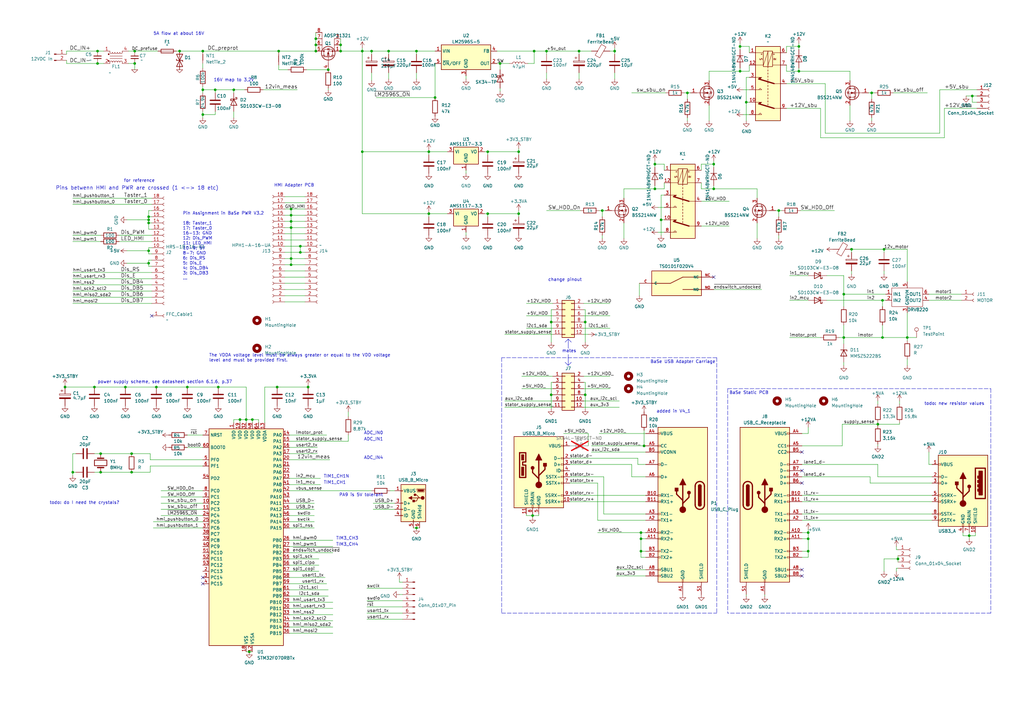
<source format=kicad_sch>
(kicad_sch (version 20230121) (generator eeschema)
  (paper "A3")
  (title_block (rev "${FIELD_VERSION}"))
  (junction (at 60.96 90.17))
  (junction (at 252.095 20.955))
  (junction (at 83.185 20.955))
  (junction (at 123.19 103.505))
  (junction (at 129.54 15.875))
  (junction (at 152.4 20.955))
  (junction (at 55.245 26.035))
  (junction (at 224.155 20.955))
  (junction (at 170.815 20.955))
  (junction (at 292.735 67.31))
  (junction (at 53.975 186.055))
  (junction (at 26.67 158.75))
  (junction (at 346.075 138.43))
  (junction (at 398.78 39.37))
  (junction (at 262.89 220.98))
  (junction (at 240.03 161.925))
  (junction (at 262.89 218.44))
  (junction (at 327.66 29.21))
  (junction (at 100.965 172.085))
  (junction (at 76.835 158.75))
  (junction (at 226.06 161.925))
  (junction (at 129.54 18.415))
  (junction (at 268.605 77.47))
  (junction (at 60.96 107.95))
  (junction (at 159.385 20.955))
  (junction (at 361.95 123.19))
  (junction (at 331.47 218.44))
  (junction (at 51.435 158.75))
  (junction (at 139.7 20.955))
  (junction (at 303.53 19.05))
  (junction (at 205.105 26.035))
  (junction (at 346.075 120.65))
  (junction (at 134.62 28.575))
  (junction (at 126.365 158.75))
  (junction (at 264.16 182.88))
  (junction (at 148.59 20.955))
  (junction (at 331.47 220.98))
  (junction (at 119.38 108.585))
  (junction (at 38.735 158.75))
  (junction (at 212.725 87.63))
  (junction (at 89.535 158.75))
  (junction (at 139.7 18.415))
  (junction (at 360.045 173.99))
  (junction (at 60.96 102.87))
  (junction (at 349.25 102.235))
  (junction (at 41.275 186.055))
  (junction (at 40.005 26.035))
  (junction (at 40.005 20.955))
  (junction (at 29.845 193.675))
  (junction (at 281.94 38.1))
  (junction (at 73.66 20.955))
  (junction (at 103.505 172.085))
  (junction (at 200.025 87.63))
  (junction (at 357.505 38.1))
  (junction (at 327.66 19.05))
  (junction (at 219.075 20.955))
  (junction (at 119.38 93.345))
  (junction (at 119.38 88.265))
  (junction (at 397.51 219.71))
  (junction (at 55.245 20.955))
  (junction (at 212.725 62.23))
  (junction (at 200.025 62.23))
  (junction (at 60.96 91.44))
  (junction (at 262.89 226.06))
  (junction (at 303.53 29.21))
  (junction (at 319.405 86.36))
  (junction (at 361.95 138.43))
  (junction (at 240.03 132.08))
  (junction (at 372.11 138.43))
  (junction (at 60.96 88.9))
  (junction (at 271.145 90.17))
  (junction (at 98.425 172.085))
  (junction (at 306.07 41.91))
  (junction (at 247.015 86.36))
  (junction (at 119.38 85.725))
  (junction (at 148.59 62.23))
  (junction (at 368.3 229.235))
  (junction (at 41.275 193.675))
  (junction (at 175.895 87.63))
  (junction (at 226.06 132.08))
  (junction (at 218.44 211.455))
  (junction (at 83.185 36.83))
  (junction (at 331.47 226.06))
  (junction (at 362.585 102.235))
  (junction (at 119.38 90.805))
  (junction (at 268.605 67.31))
  (junction (at 178.435 40.005))
  (junction (at 237.49 20.955))
  (junction (at 119.38 106.045))
  (junction (at 95.885 36.83))
  (junction (at 83.185 46.99))
  (junction (at 129.54 20.955))
  (junction (at 88.265 36.83))
  (junction (at 102.235 267.335))
  (junction (at 292.735 77.47))
  (junction (at 113.665 158.75))
  (junction (at 114.3 20.955))
  (junction (at 64.135 158.75))
  (junction (at 170.815 216.535))
  (junction (at 123.19 100.965))
  (junction (at 175.895 62.23))
  (junction (at 53.975 193.675))
  (no_connect (at 83.185 239.395))
  (no_connect (at 83.185 236.855))
  (no_connect (at 328.93 185.42))
  (no_connect (at 328.93 198.12))
  (no_connect (at 328.93 236.22))
  (no_connect (at 292.735 113.665))
  (no_connect (at 328.93 193.04))
  (no_connect (at 62.23 129.54))
  (no_connect (at 328.93 233.68))
  (wire (pts (xy 205.105 37.465) (xy 205.105 36.195)))
  (wire (pts (xy 367.665 225.425) (xy 368.3 225.425)))
  (wire (pts (xy 299.085 92.71) (xy 287.655 92.71)))
  (wire (pts (xy 114.3 20.955) (xy 114.3 21.59)))
  (wire (pts (xy 306.07 41.91) (xy 307.34 41.91)))
  (wire (pts (xy 60.96 109.22) (xy 62.23 109.22)))
  (wire (pts (xy 269.875 95.25) (xy 272.415 95.25)))
  (wire (pts (xy 233.68 205.74) (xy 264.795 205.74)))
  (wire (pts (xy 327.66 29.21) (xy 348.615 29.21)))
  (wire (pts (xy 255.905 77.47) (xy 268.605 77.47)))
  (wire (pts (xy 83.185 36.83) (xy 83.185 35.56)))
  (wire (pts (xy 83.185 26.035) (xy 83.185 27.94)))
  (wire (pts (xy 200.025 87.63) (xy 200.025 88.9)))
  (wire (pts (xy 175.895 62.23) (xy 175.895 63.5)))
  (wire (pts (xy 119.38 93.345) (xy 125.095 93.345)))
  (wire (pts (xy 362.585 102.235) (xy 362.585 103.505)))
  (wire (pts (xy 319.405 86.36) (xy 319.405 88.9)))
  (wire (pts (xy 60.96 90.17) (xy 60.96 91.44)))
  (wire (pts (xy 215.9 129.54) (xy 226.695 129.54)))
  (wire (pts (xy 116.84 118.745) (xy 125.095 118.745)))
  (wire (pts (xy 219.075 20.955) (xy 219.075 26.035)))
  (wire (pts (xy 95.885 172.085) (xy 98.425 172.085)))
  (wire (pts (xy 328.93 218.44) (xy 331.47 218.44)))
  (wire (pts (xy 118.745 180.975) (xy 142.875 180.975)))
  (wire (pts (xy 328.295 86.36) (xy 342.265 86.36)))
  (wire (pts (xy 29.845 186.055) (xy 29.845 193.675)))
  (wire (pts (xy 66.04 203.835) (xy 83.185 203.835)))
  (wire (pts (xy 239.395 159.385) (xy 250.19 159.385)))
  (wire (pts (xy 287.655 69.85) (xy 287.655 67.31)))
  (wire (pts (xy 116.84 121.285) (xy 125.095 121.285)))
  (wire (pts (xy 170.815 20.955) (xy 178.435 20.955)))
  (wire (pts (xy 100.965 172.085) (xy 103.505 172.085)))
  (wire (pts (xy 239.395 124.46) (xy 250.19 124.46)))
  (wire (pts (xy 362.585 229.235) (xy 368.3 229.235)))
  (wire (pts (xy 231.14 177.8) (xy 241.3 177.8)))
  (wire (pts (xy 220.98 210.82) (xy 220.98 211.455)))
  (wire (pts (xy 178.435 26.035) (xy 178.435 40.005)))
  (wire (pts (xy 226.06 132.08) (xy 226.695 132.08)))
  (wire (pts (xy 60.96 88.9) (xy 60.96 90.17)))
  (wire (pts (xy 304.8 36.83) (xy 307.34 36.83)))
  (polyline (pts (xy 294.005 146.685) (xy 205.74 146.685)) (stroke (width 0) (type dash)))
  (wire (pts (xy 125.73 28.575) (xy 134.62 28.575)))
  (wire (pts (xy 52.07 90.17) (xy 60.96 90.17)))
  (wire (pts (xy 41.275 186.055) (xy 53.975 186.055)))
  (wire (pts (xy 152.4 20.955) (xy 152.4 22.225)))
  (wire (pts (xy 385.445 36.83) (xy 385.445 54.61)))
  (wire (pts (xy 396.24 39.37) (xy 398.78 39.37)))
  (wire (pts (xy 261.62 187.96) (xy 261.62 190.5)))
  (wire (pts (xy 53.975 193.675) (xy 61.595 193.675)))
  (wire (pts (xy 66.04 211.455) (xy 83.185 211.455)))
  (wire (pts (xy 255.905 77.47) (xy 255.905 81.28)))
  (wire (pts (xy 154.305 40.005) (xy 178.435 40.005)))
  (wire (pts (xy 159.385 32.385) (xy 159.385 29.845)))
  (wire (pts (xy 150.495 248.92) (xy 165.1 248.92)))
  (wire (pts (xy 60.96 107.95) (xy 52.07 107.95)))
  (wire (pts (xy 98.425 172.085) (xy 98.425 173.355)))
  (wire (pts (xy 346.075 138.43) (xy 361.95 138.43)))
  (wire (pts (xy 226.06 161.925) (xy 226.06 167.64)))
  (wire (pts (xy 368.3 229.235) (xy 368.3 230.505)))
  (wire (pts (xy 116.84 123.825) (xy 125.095 123.825)))
  (wire (pts (xy 203.835 26.035) (xy 205.105 26.035)))
  (wire (pts (xy 331.47 220.98) (xy 331.47 226.06)))
  (wire (pts (xy 106.045 173.355) (xy 106.045 172.085)))
  (wire (pts (xy 55.245 26.035) (xy 55.245 28.575)))
  (wire (pts (xy 239.395 154.305) (xy 250.19 154.305)))
  (wire (pts (xy 356.87 198.12) (xy 356.87 195.58)))
  (wire (pts (xy 116.84 93.345) (xy 119.38 93.345)))
  (wire (pts (xy 239.395 127) (xy 240.03 127)))
  (wire (pts (xy 83.185 36.83) (xy 88.265 36.83)))
  (wire (pts (xy 262.89 220.98) (xy 264.795 220.98)))
  (wire (pts (xy 357.505 38.1) (xy 357.505 40.64)))
  (polyline (pts (xy 406.4 251.46) (xy 298.45 251.46)) (stroke (width 0) (type dash)))
  (polyline (pts (xy 406.4 159.385) (xy 406.4 251.46)) (stroke (width 0) (type dash)))
  (wire (pts (xy 322.58 34.29) (xy 338.455 34.29)))
  (wire (pts (xy 239.395 164.465) (xy 254 164.465)))
  (wire (pts (xy 60.96 93.98) (xy 62.23 93.98)))
  (wire (pts (xy 183.515 62.23) (xy 175.895 62.23)))
  (wire (pts (xy 372.11 138.43) (xy 375.92 138.43)))
  (wire (pts (xy 331.47 226.06) (xy 331.47 228.6)))
  (wire (pts (xy 360.045 182.88) (xy 360.045 182.245)))
  (wire (pts (xy 48.895 96.52) (xy 62.23 96.52)))
  (wire (pts (xy 98.425 172.085) (xy 100.965 172.085)))
  (wire (pts (xy 269.875 85.09) (xy 272.415 85.09)))
  (wire (pts (xy 271.145 80.01) (xy 271.145 90.17)))
  (wire (pts (xy 328.93 220.98) (xy 331.47 220.98)))
  (wire (pts (xy 148.59 20.955) (xy 148.59 62.23)))
  (wire (pts (xy 76.835 158.75) (xy 89.535 158.75)))
  (wire (pts (xy 247.015 96.52) (xy 247.015 97.79)))
  (wire (pts (xy 27.305 20.955) (xy 27.305 22.225)))
  (wire (pts (xy 129.54 15.875) (xy 129.54 18.415)))
  (wire (pts (xy 240.03 156.845) (xy 240.03 161.925)))
  (wire (pts (xy 360.045 164.465) (xy 360.045 165.735)))
  (wire (pts (xy 61.595 191.135) (xy 83.185 191.135)))
  (wire (pts (xy 191.135 96.52) (xy 191.135 95.25)))
  (wire (pts (xy 134.62 36.195) (xy 134.62 36.83)))
  (wire (pts (xy 372.11 138.43) (xy 372.11 139.7)))
  (wire (pts (xy 224.155 20.955) (xy 237.49 20.955)))
  (wire (pts (xy 118.745 244.475) (xy 134.62 244.475)))
  (wire (pts (xy 360.045 195.58) (xy 360.045 190.5)))
  (wire (pts (xy 264.16 182.88) (xy 264.795 182.88)))
  (wire (pts (xy 148.59 62.23) (xy 148.59 87.63)))
  (polyline (pts (xy 298.45 159.385) (xy 406.4 159.385)) (stroke (width 0) (type dash)))
  (wire (pts (xy 116.84 116.205) (xy 125.095 116.205)))
  (wire (pts (xy 360.045 173.99) (xy 368.935 173.99)))
  (wire (pts (xy 372.11 128.27) (xy 372.11 138.43)))
  (wire (pts (xy 360.045 173.99) (xy 360.045 174.625)))
  (wire (pts (xy 129.54 13.335) (xy 129.54 15.875)))
  (wire (pts (xy 118.745 178.435) (xy 133.985 178.435)))
  (wire (pts (xy 170.815 32.385) (xy 170.815 29.845)))
  (wire (pts (xy 262.255 116.205) (xy 262.255 121.285)))
  (wire (pts (xy 38.735 186.055) (xy 41.275 186.055)))
  (wire (pts (xy 118.745 236.855) (xy 133.35 236.855)))
  (wire (pts (xy 310.515 91.44) (xy 310.515 97.79)))
  (wire (pts (xy 52.705 20.955) (xy 55.245 20.955)))
  (wire (pts (xy 272.415 80.01) (xy 271.145 80.01)))
  (wire (pts (xy 319.405 96.52) (xy 319.405 97.79)))
  (wire (pts (xy 62.23 106.68) (xy 60.96 106.68)))
  (wire (pts (xy 304.8 46.99) (xy 307.34 46.99)))
  (wire (pts (xy 252.095 19.685) (xy 252.095 20.955)))
  (wire (pts (xy 247.015 86.36) (xy 247.015 88.9)))
  (wire (pts (xy 264.16 176.53) (xy 264.16 182.88)))
  (wire (pts (xy 123.19 100.965) (xy 125.095 100.965)))
  (wire (pts (xy 42.545 26.035) (xy 40.005 26.035)))
  (wire (pts (xy 163.83 243.84) (xy 165.1 243.84)))
  (wire (pts (xy 119.38 85.725) (xy 125.095 85.725)))
  (wire (pts (xy 27.305 20.955) (xy 40.005 20.955)))
  (wire (pts (xy 259.08 38.1) (xy 273.05 38.1)))
  (wire (pts (xy 29.845 81.28) (xy 62.23 81.28)))
  (wire (pts (xy 242.57 182.88) (xy 264.16 182.88)))
  (wire (pts (xy 252.095 29.845) (xy 252.095 32.385)))
  (wire (pts (xy 397.51 220.98) (xy 397.51 219.71)))
  (wire (pts (xy 307.34 31.75) (xy 306.07 31.75)))
  (wire (pts (xy 118.745 208.915) (xy 128.905 208.915)))
  (wire (pts (xy 95.885 36.83) (xy 100.33 36.83)))
  (wire (pts (xy 118.745 196.215) (xy 131.445 196.215)))
  (wire (pts (xy 394.97 219.71) (xy 397.51 219.71)))
  (wire (pts (xy 212.725 60.96) (xy 212.725 62.23)))
  (wire (pts (xy 116.84 103.505) (xy 123.19 103.505)))
  (wire (pts (xy 259.08 195.58) (xy 264.795 195.58)))
  (wire (pts (xy 287.655 74.93) (xy 287.655 77.47)))
  (wire (pts (xy 123.19 103.505) (xy 125.095 103.505)))
  (wire (pts (xy 60.96 107.95) (xy 60.96 109.22)))
  (wire (pts (xy 183.515 87.63) (xy 175.895 87.63)))
  (wire (pts (xy 363.22 123.19) (xy 361.95 123.19)))
  (wire (pts (xy 119.38 108.585) (xy 125.095 108.585)))
  (polyline (pts (xy 298.45 159.385) (xy 298.45 251.46)) (stroke (width 0) (type dash)))
  (wire (pts (xy 372.11 147.32) (xy 372.11 149.86)))
  (wire (pts (xy 292.735 66.04) (xy 292.735 67.31)))
  (wire (pts (xy 116.84 111.125) (xy 125.095 111.125)))
  (wire (pts (xy 331.47 217.17) (xy 331.47 218.44)))
  (wire (pts (xy 102.235 267.335) (xy 103.505 267.335)))
  (wire (pts (xy 345.44 182.88) (xy 328.93 182.88)))
  (wire (pts (xy 73.66 20.955) (xy 83.185 20.955)))
  (wire (pts (xy 366.395 38.1) (xy 380.365 38.1)))
  (wire (pts (xy 398.78 41.91) (xy 400.685 41.91)))
  (wire (pts (xy 307.34 29.21) (xy 303.53 29.21)))
  (wire (pts (xy 142.875 168.91) (xy 142.875 170.815)))
  (wire (pts (xy 331.47 175.26) (xy 331.47 177.8)))
  (wire (pts (xy 367.665 233.045) (xy 368.3 233.045)))
  (wire (pts (xy 290.83 29.21) (xy 290.83 33.02)))
  (wire (pts (xy 119.38 88.265) (xy 125.095 88.265)))
  (wire (pts (xy 292.735 118.745) (xy 312.42 118.745)))
  (wire (pts (xy 268.605 77.47) (xy 268.605 76.2)))
  (wire (pts (xy 100.965 172.085) (xy 100.965 173.355)))
  (wire (pts (xy 116.84 95.885) (xy 125.095 95.885)))
  (wire (pts (xy 152.4 20.955) (xy 159.385 20.955)))
  (wire (pts (xy 361.95 133.35) (xy 361.95 138.43)))
  (polyline (pts (xy 234.315 148.59) (xy 233.045 149.86)))
  (wire (pts (xy 129.54 18.415) (xy 129.54 20.955)))
  (wire (pts (xy 245.11 213.36) (xy 245.11 198.12)))
  (wire (pts (xy 327.66 29.21) (xy 327.66 27.94)))
  (wire (pts (xy 271.145 90.17) (xy 271.145 96.52)))
  (wire (pts (xy 247.65 210.82) (xy 264.795 210.82)))
  (wire (pts (xy 175.895 87.63) (xy 175.895 88.9)))
  (wire (pts (xy 245.11 218.44) (xy 262.89 218.44)))
  (wire (pts (xy 60.96 101.6) (xy 62.23 101.6)))
  (wire (pts (xy 262.89 228.6) (xy 264.795 228.6)))
  (wire (pts (xy 205.105 28.575) (xy 205.105 26.035)))
  (wire (pts (xy 52.705 26.035) (xy 55.245 26.035)))
  (wire (pts (xy 60.96 104.14) (xy 60.96 102.87)))
  (wire (pts (xy 29.845 124.46) (xy 62.23 124.46)))
  (wire (pts (xy 159.385 20.955) (xy 170.815 20.955)))
  (wire (pts (xy 119.38 85.725) (xy 119.38 88.265)))
  (wire (pts (xy 248.285 86.36) (xy 247.015 86.36)))
  (wire (pts (xy 245.745 177.8) (xy 264.795 177.8)))
  (wire (pts (xy 318.135 86.36) (xy 319.405 86.36)))
  (wire (pts (xy 372.11 102.235) (xy 372.11 115.57)))
  (wire (pts (xy 118.745 183.515) (xy 130.175 183.515)))
  (wire (pts (xy 118.745 226.695) (xy 136.525 226.695)))
  (wire (pts (xy 119.38 90.805) (xy 125.095 90.805)))
  (wire (pts (xy 29.845 116.84) (xy 62.23 116.84)))
  (wire (pts (xy 200.025 62.23) (xy 200.025 63.5)))
  (wire (pts (xy 26.67 158.115) (xy 26.67 158.75)))
  (wire (pts (xy 292.735 77.47) (xy 310.515 77.47)))
  (wire (pts (xy 368.935 164.465) (xy 368.935 165.735)))
  (wire (pts (xy 76.835 178.435) (xy 83.185 178.435)))
  (wire (pts (xy 287.655 77.47) (xy 292.735 77.47)))
  (wire (pts (xy 328.93 190.5) (xy 360.045 190.5)))
  (wire (pts (xy 361.95 138.43) (xy 372.11 138.43)))
  (wire (pts (xy 118.745 231.775) (xy 130.81 231.775)))
  (wire (pts (xy 387.35 44.45) (xy 400.685 44.45)))
  (wire (pts (xy 219.075 20.955) (xy 224.155 20.955)))
  (wire (pts (xy 212.725 63.5) (xy 212.725 62.23)))
  (wire (pts (xy 60.96 91.44) (xy 60.96 93.98)))
  (wire (pts (xy 245.11 198.12) (xy 233.68 198.12)))
  (wire (pts (xy 119.38 93.345) (xy 119.38 106.045)))
  (wire (pts (xy 362.585 111.125) (xy 362.585 112.395)))
  (wire (pts (xy 307.34 26.67) (xy 307.34 29.21)))
  (wire (pts (xy 226.06 127) (xy 226.06 132.08)))
  (wire (pts (xy 118.745 198.755) (xy 131.445 198.755)))
  (wire (pts (xy 66.04 201.295) (xy 83.185 201.295)))
  (wire (pts (xy 327.66 17.78) (xy 327.66 19.05)))
  (wire (pts (xy 398.78 39.37) (xy 400.685 39.37)))
  (wire (pts (xy 55.245 20.955) (xy 64.77 20.955)))
  (wire (pts (xy 281.94 38.1) (xy 280.67 38.1)))
  (wire (pts (xy 239.395 156.845) (xy 240.03 156.845)))
  (wire (pts (xy 60.96 102.87) (xy 52.07 102.87)))
  (wire (pts (xy 126.365 158.115) (xy 126.365 158.75)))
  (wire (pts (xy 224.155 86.36) (xy 238.125 86.36)))
  (wire (pts (xy 88.265 38.1) (xy 88.265 36.83)))
  (wire (pts (xy 118.745 234.315) (xy 130.81 234.315)))
  (wire (pts (xy 29.845 111.76) (xy 62.23 111.76)))
  (wire (pts (xy 118.745 252.095) (xy 136.525 252.095)))
  (wire (pts (xy 218.44 211.455) (xy 215.9 211.455)))
  (wire (pts (xy 387.35 56.515) (xy 336.55 56.515)))
  (wire (pts (xy 356.87 195.58) (xy 328.93 195.58)))
  (wire (pts (xy 226.695 156.845) (xy 226.06 156.845)))
  (wire (pts (xy 268.605 67.31) (xy 268.605 68.58)))
  (wire (pts (xy 346.075 113.03) (xy 346.075 120.65)))
  (wire (pts (xy 116.84 100.965) (xy 123.19 100.965)))
  (wire (pts (xy 215.9 210.82) (xy 215.9 211.455)))
  (wire (pts (xy 345.44 173.99) (xy 345.44 182.88)))
  (wire (pts (xy 200.025 62.23) (xy 212.725 62.23)))
  (wire (pts (xy 48.895 99.06) (xy 62.23 99.06)))
  (wire (pts (xy 262.89 218.44) (xy 264.795 218.44)))
  (wire (pts (xy 322.58 21.59) (xy 322.58 19.05)))
  (wire (pts (xy 100.965 267.335) (xy 102.235 267.335)))
  (wire (pts (xy 339.09 113.03) (xy 346.075 113.03)))
  (wire (pts (xy 215.9 134.62) (xy 226.695 134.62)))
  (wire (pts (xy 250.19 20.955) (xy 252.095 20.955)))
  (wire (pts (xy 175.895 61.595) (xy 175.895 62.23)))
  (wire (pts (xy 327.66 20.32) (xy 327.66 19.05)))
  (wire (pts (xy 116.84 106.045) (xy 119.38 106.045)))
  (wire (pts (xy 322.58 26.67) (xy 322.58 29.21)))
  (wire (pts (xy 306.07 31.75) (xy 306.07 41.91)))
  (wire (pts (xy 224.155 22.225) (xy 224.155 20.955)))
  (wire (pts (xy 119.38 88.265) (xy 119.38 90.805)))
  (wire (pts (xy 283.21 38.1) (xy 281.94 38.1)))
  (wire (pts (xy 116.84 83.185) (xy 125.095 83.185)))
  (wire (pts (xy 175.895 86.995) (xy 175.895 87.63)))
  (wire (pts (xy 319.405 86.36) (xy 320.675 86.36)))
  (wire (pts (xy 323.85 113.03) (xy 331.47 113.03)))
  (wire (pts (xy 139.7 18.415) (xy 139.7 20.955)))
  (wire (pts (xy 290.83 29.21) (xy 303.53 29.21)))
  (wire (pts (xy 290.83 43.18) (xy 290.83 49.53)))
  (wire (pts (xy 357.505 48.26) (xy 357.505 49.53)))
  (wire (pts (xy 215.9 124.46) (xy 226.695 124.46)))
  (wire (pts (xy 116.84 113.665) (xy 125.095 113.665)))
  (wire (pts (xy 338.455 54.61) (xy 338.455 34.29)))
  (wire (pts (xy 42.545 20.955) (xy 40.005 20.955)))
  (wire (pts (xy 323.85 138.43) (xy 336.55 138.43)))
  (wire (pts (xy 38.735 193.675) (xy 41.275 193.675)))
  (wire (pts (xy 62.23 104.14) (xy 60.96 104.14)))
  (wire (pts (xy 237.49 22.225) (xy 237.49 20.955)))
  (wire (pts (xy 322.58 19.05) (xy 327.66 19.05)))
  (wire (pts (xy 212.725 86.36) (xy 212.725 87.63)))
  (wire (pts (xy 381 190.5) (xy 382.27 190.5)))
  (wire (pts (xy 356.235 38.1) (xy 357.505 38.1)))
  (wire (pts (xy 118.745 216.535) (xy 128.905 216.535)))
  (wire (pts (xy 88.265 36.83) (xy 95.885 36.83)))
  (wire (pts (xy 198.755 62.23) (xy 200.025 62.23)))
  (wire (pts (xy 323.85 123.19) (xy 331.47 123.19)))
  (wire (pts (xy 83.185 20.955) (xy 114.3 20.955)))
  (wire (pts (xy 303.53 19.05) (xy 303.53 20.32)))
  (wire (pts (xy 239.395 137.16) (xy 241.3 137.16)))
  (wire (pts (xy 62.865 216.535) (xy 83.185 216.535)))
  (wire (pts (xy 61.595 193.675) (xy 61.595 191.135)))
  (wire (pts (xy 349.25 102.235) (xy 362.585 102.235)))
  (wire (pts (xy 61.595 186.055) (xy 53.975 186.055)))
  (polyline (pts (xy 233.045 139.065) (xy 234.315 140.335)))
  (wire (pts (xy 29.845 83.82) (xy 62.23 83.82)))
  (wire (pts (xy 139.7 15.875) (xy 139.7 18.415)))
  (wire (pts (xy 346.075 120.65) (xy 363.22 120.65)))
  (wire (pts (xy 220.98 211.455) (xy 218.44 211.455)))
  (wire (pts (xy 261.62 190.5) (xy 264.795 190.5)))
  (wire (pts (xy 328.93 210.82) (xy 382.27 210.82)))
  (wire (pts (xy 239.395 161.925) (xy 240.03 161.925)))
  (wire (pts (xy 116.84 98.425) (xy 125.095 98.425)))
  (wire (pts (xy 26.67 158.75) (xy 38.735 158.75)))
  (wire (pts (xy 385.445 36.83) (xy 400.685 36.83)))
  (wire (pts (xy 361.95 123.19) (xy 339.09 123.19)))
  (wire (pts (xy 150.495 246.38) (xy 165.1 246.38)))
  (wire (pts (xy 239.395 132.08) (xy 240.03 132.08)))
  (wire (pts (xy 29.845 96.52) (xy 41.275 96.52)))
  (wire (pts (xy 344.17 138.43) (xy 346.075 138.43)))
  (wire (pts (xy 226.06 132.08) (xy 226.06 140.335)))
  (wire (pts (xy 198.755 87.63) (xy 200.025 87.63)))
  (wire (pts (xy 213.995 154.305) (xy 226.695 154.305)))
  (wire (pts (xy 66.04 208.915) (xy 83.185 208.915)))
  (wire (pts (xy 76.835 183.515) (xy 83.185 183.515)))
  (wire (pts (xy 394.335 120.65) (xy 381 120.65)))
  (wire (pts (xy 88.265 46.99) (xy 88.265 45.72)))
  (wire (pts (xy 367.665 224.155) (xy 367.665 225.425)))
  (wire (pts (xy 116.84 80.645) (xy 125.095 80.645)))
  (wire (pts (xy 61.595 188.595) (xy 61.595 186.055)))
  (wire (pts (xy 348.615 43.18) (xy 348.615 49.53)))
  (wire (pts (xy 367.665 234.315) (xy 367.665 233.045)))
  (wire (pts (xy 346.075 140.97) (xy 346.075 138.43)))
  (wire (pts (xy 100.965 158.75) (xy 100.965 172.085)))
  (wire (pts (xy 123.19 100.965) (xy 123.19 103.505)))
  (wire (pts (xy 385.445 54.61) (xy 338.455 54.61)))
  (wire (pts (xy 108.585 173.355) (xy 108.585 158.75)))
  (wire (pts (xy 191.135 32.385) (xy 191.135 31.115)))
  (wire (pts (xy 152.4 29.845) (xy 152.4 33.02)))
  (wire (pts (xy 372.11 102.235) (xy 362.585 102.235)))
  (wire (pts (xy 119.38 106.045) (xy 125.095 106.045)))
  (wire (pts (xy 313.69 243.84) (xy 313.69 244.475)))
  (wire (pts (xy 262.89 226.06) (xy 264.795 226.06)))
  (wire (pts (xy 328.93 205.74) (xy 382.27 205.74)))
  (polyline (pts (xy 294.005 146.685) (xy 294.005 251.46)) (stroke (width 0) (type dash)))
  (wire (pts (xy 357.505 38.1) (xy 358.775 38.1)))
  (wire (pts (xy 31.115 186.055) (xy 29.845 186.055)))
  (wire (pts (xy 159.385 22.225) (xy 159.385 20.955)))
  (wire (pts (xy 361.95 125.73) (xy 361.95 123.19)))
  (wire (pts (xy 306.07 41.91) (xy 306.07 49.53)))
  (wire (pts (xy 240.03 132.08) (xy 240.03 140.335)))
  (wire (pts (xy 307.34 19.05) (xy 307.34 21.59)))
  (wire (pts (xy 328.93 177.8) (xy 331.47 177.8)))
  (wire (pts (xy 368.935 173.355) (xy 368.935 173.99)))
  (polyline (pts (xy 233.045 139.065) (xy 231.775 140.335)))
  (wire (pts (xy 346.075 133.35) (xy 346.075 138.43)))
  (wire (pts (xy 118.745 249.555) (xy 136.525 249.555)))
  (wire (pts (xy 200.025 87.63) (xy 212.725 87.63)))
  (wire (pts (xy 328.93 226.06) (xy 331.47 226.06)))
  (wire (pts (xy 163.83 237.49) (xy 163.83 238.76)))
  (wire (pts (xy 336.55 56.515) (xy 336.55 44.45)))
  (wire (pts (xy 268.605 66.04) (xy 268.605 67.31)))
  (wire (pts (xy 118.745 257.175) (xy 136.525 257.175)))
  (wire (pts (xy 60.96 102.87) (xy 60.96 101.6)))
  (wire (pts (xy 306.07 243.84) (xy 306.07 244.475)))
  (wire (pts (xy 103.505 173.355) (xy 103.505 172.085)))
  (wire (pts (xy 29.845 121.92) (xy 62.23 121.92)))
  (wire (pts (xy 262.89 226.06) (xy 262.89 228.6)))
  (wire (pts (xy 272.415 74.93) (xy 272.415 77.47)))
  (wire (pts (xy 116.84 90.805) (xy 119.38 90.805)))
  (wire (pts (xy 118.745 254.635) (xy 136.525 254.635)))
  (wire (pts (xy 387.35 44.45) (xy 387.35 56.515)))
  (wire (pts (xy 118.745 188.595) (xy 135.255 188.595)))
  (wire (pts (xy 331.47 218.44) (xy 331.47 220.98)))
  (wire (pts (xy 213.995 159.385) (xy 226.695 159.385)))
  (wire (pts (xy 233.68 187.96) (xy 261.62 187.96)))
  (wire (pts (xy 237.49 20.955) (xy 242.57 20.955)))
  (wire (pts (xy 368.3 229.235) (xy 368.3 227.965)))
  (wire (pts (xy 349.25 111.125) (xy 349.25 112.395)))
  (wire (pts (xy 356.87 198.12) (xy 382.27 198.12)))
  (wire (pts (xy 272.415 77.47) (xy 268.605 77.47)))
  (wire (pts (xy 62.23 86.36) (xy 60.96 86.36)))
  (polyline (pts (xy 233.045 145.415) (xy 233.045 149.86)))
  (wire (pts (xy 224.155 32.385) (xy 224.155 29.845)))
  (wire (pts (xy 239.395 167.005) (xy 254 167.005)))
  (wire (pts (xy 394.97 218.44) (xy 394.97 219.71)))
  (wire (pts (xy 226.06 161.925) (xy 226.695 161.925)))
  (wire (pts (xy 346.075 125.73) (xy 346.075 120.65)))
  (wire (pts (xy 114.3 28.575) (xy 114.3 26.67)))
  (wire (pts (xy 107.95 36.83) (xy 121.92 36.83)))
  (wire (pts (xy 169.545 216.535) (xy 170.815 216.535)))
  (wire (pts (xy 255.905 91.44) (xy 255.905 97.79)))
  (polyline (pts (xy 205.74 251.46) (xy 294.005 251.46)) (stroke (width 0) (type dash)))
  (wire (pts (xy 242.57 185.42) (xy 264.795 185.42)))
  (wire (pts (xy 233.68 203.2) (xy 264.795 203.2)))
  (polyline (pts (xy 231.775 148.59) (xy 233.045 149.86)))
  (polyline (pts (xy 205.74 146.685) (xy 205.74 251.46)) (stroke (width 0) (type dash)))
  (wire (pts (xy 118.11 28.575) (xy 114.3 28.575)))
  (wire (pts (xy 118.745 201.295) (xy 152.4 201.295)))
  (wire (pts (xy 113.665 158.75) (xy 126.365 158.75)))
  (wire (pts (xy 247.015 86.36) (xy 245.745 86.36)))
  (wire (pts (xy 398.78 39.37) (xy 398.78 41.91)))
  (wire (pts (xy 116.84 85.725) (xy 119.38 85.725)))
  (wire (pts (xy 27.305 24.765) (xy 27.305 26.035)))
  (wire (pts (xy 252.73 233.68) (xy 264.795 233.68)))
  (wire (pts (xy 72.39 20.955) (xy 73.66 20.955)))
  (wire (pts (xy 41.275 193.675) (xy 53.975 193.675)))
  (wire (pts (xy 203.835 20.955) (xy 219.075 20.955)))
  (wire (pts (xy 226.06 156.845) (xy 226.06 161.925)))
  (wire (pts (xy 118.745 239.395) (xy 133.985 239.395)))
  (wire (pts (xy 29.845 119.38) (xy 62.23 119.38)))
  (wire (pts (xy 148.59 19.685) (xy 148.59 20.955)))
  (wire (pts (xy 118.745 241.935) (xy 134.62 241.935)))
  (wire (pts (xy 310.515 77.47) (xy 310.515 81.28)))
  (wire (pts (xy 95.885 173.355) (xy 95.885 172.085)))
  (wire (pts (xy 148.59 87.63) (xy 175.895 87.63)))
  (wire (pts (xy 118.745 259.715) (xy 136.525 259.715)))
  (wire (pts (xy 322.58 44.45) (xy 336.55 44.45)))
  (wire (pts (xy 252.73 236.22) (xy 264.795 236.22)))
  (wire (pts (xy 292.735 68.58) (xy 292.735 67.31)))
  (wire (pts (xy 64.135 158.75) (xy 76.835 158.75)))
  (wire (pts (xy 218.44 211.455) (xy 218.44 212.09)))
  (wire (pts (xy 150.495 251.46) (xy 165.1 251.46)))
  (wire (pts (xy 150.495 254) (xy 165.1 254)))
  (wire (pts (xy 83.185 48.26) (xy 83.185 46.99)))
  (wire (pts (xy 397.51 219.71) (xy 397.51 218.44)))
  (wire (pts (xy 381 185.42) (xy 381 190.5)))
  (wire (pts (xy 119.38 106.045) (xy 119.38 108.585)))
  (wire (pts (xy 252.095 20.955) (xy 252.095 22.225)))
  (wire (pts (xy 303.53 29.21) (xy 303.53 27.94)))
  (wire (pts (xy 207.01 137.16) (xy 226.695 137.16)))
  (wire (pts (xy 281.94 48.26) (xy 281.94 49.53)))
  (wire (pts (xy 212.725 88.9) (xy 212.725 87.63)))
  (wire (pts (xy 116.84 108.585) (xy 119.38 108.585)))
  (wire (pts (xy 348.615 29.21) (xy 348.615 33.02)))
  (wire (pts (xy 191.135 71.12) (xy 191.135 69.85)))
  (wire (pts (xy 89.535 158.75) (xy 100.965 158.75)))
  (wire (pts (xy 142.875 178.435) (xy 142.875 180.975)))
  (wire (pts (xy 207.01 167.005) (xy 226.695 167.005)))
  (wire (pts (xy 264.795 213.36) (xy 245.11 213.36)))
  (wire (pts (xy 83.185 46.99) (xy 83.185 45.72)))
  (wire (pts (xy 400.05 218.44) (xy 400.05 219.71)))
  (wire (pts (xy 292.735 77.47) (xy 292.735 76.2)))
  (wire (pts (xy 287.655 82.55) (xy 299.085 82.55)))
  (wire (pts (xy 150.495 241.3) (xy 165.1 241.3)))
  (wire (pts (xy 271.145 90.17) (xy 272.415 90.17)))
  (wire (pts (xy 219.075 26.035) (xy 216.535 26.035)))
  (wire (pts (xy 148.59 20.955) (xy 152.4 20.955)))
  (wire (pts (xy 240.03 127) (xy 240.03 132.08)))
  (wire (pts (xy 83.185 46.99) (xy 88.265 46.99)))
  (wire (pts (xy 262.89 220.98) (xy 262.89 226.06)))
  (wire (pts (xy 66.04 206.375) (xy 83.185 206.375)))
  (wire (pts (xy 83.185 188.595) (xy 61.595 188.595)))
  (wire (pts (xy 360.045 195.58) (xy 382.27 195.58)))
  (wire (pts (xy 226.695 127) (xy 226.06 127)))
  (wire (pts (xy 360.045 173.355) (xy 360.045 173.99)))
  (wire (pts (xy 95.885 36.83) (xy 95.885 38.1)))
  (wire (pts (xy 328.93 228.6) (xy 331.47 228.6)))
  (wire (pts (xy 60.96 86.36) (xy 60.96 88.9)))
  (wire (pts (xy 205.105 26.035) (xy 208.915 26.035)))
  (wire (pts (xy 62.23 91.44) (xy 60.96 91.44)))
  (wire (pts (xy 346.075 148.59) (xy 346.075 149.86)))
  (wire (pts (xy 118.745 229.235) (xy 130.81 229.235)))
  (wire (pts (xy 218.44 210.82) (xy 218.44 211.455)))
  (wire (pts (xy 118.745 224.155) (xy 136.525 224.155)))
  (wire (pts (xy 268.605 67.31) (xy 272.415 67.31)))
  (wire (pts (xy 170.815 216.535) (xy 172.085 216.535)))
  (wire (pts (xy 29.845 99.06) (xy 41.275 99.06)))
  (wire (pts (xy 160.02 201.295) (xy 161.925 201.295)))
  (wire (pts (xy 239.395 129.54) (xy 250.19 129.54)))
  (wire (pts (xy 118.745 247.015) (xy 136.525 247.015)))
  (wire (pts (xy 397.51 219.71) (xy 400.05 219.71)))
  (wire (pts (xy 51.435 158.75) (xy 64.135 158.75)))
  (wire (pts (xy 362.585 234.315) (xy 362.585 229.235)))
  (wire (pts (xy 241.3 182.88) (xy 241.3 177.8)))
  (wire (pts (xy 118.745 221.615) (xy 136.525 221.615)))
  (wire (pts (xy 237.49 32.385) (xy 237.49 29.845)))
  (wire (pts (xy 281.94 38.1) (xy 281.94 40.64)))
  (wire (pts (xy 303.53 19.05) (xy 307.34 19.05)))
  (wire (pts (xy 233.68 195.58) (xy 247.65 195.58)))
  (wire (pts (xy 328.93 203.2) (xy 382.27 203.2)))
  (wire (pts (xy 259.08 195.58) (xy 259.08 190.5)))
  (wire (pts (xy 62.865 213.995) (xy 83.185 213.995)))
  (wire (pts (xy 163.83 238.76) (xy 165.1 238.76)))
  (wire (pts (xy 118.745 213.995) (xy 128.905 213.995)))
  (wire (pts (xy 118.745 211.455) (xy 128.905 211.455)))
  (wire (pts (xy 106.045 172.085) (xy 103.505 172.085)))
  (wire (pts (xy 60.96 88.9) (xy 62.23 88.9)))
  (wire (pts (xy 29.845 114.3) (xy 62.23 114.3)))
  (wire (pts (xy 349.25 102.235) (xy 349.25 103.505)))
  (wire (pts (xy 153.035 208.915) (xy 161.925 208.915)))
  (wire (pts (xy 272.415 67.31) (xy 272.415 69.85)))
  (wire (pts (xy 114.3 20.955) (xy 129.54 20.955)))
  (wire (pts (xy 116.84 88.265) (xy 119.38 88.265)))
  (wire (pts (xy 170.815 22.225) (xy 170.815 20.955)))
  (wire (pts (xy 381 123.19) (xy 394.335 123.19)))
  (wire (pts (xy 27.305 26.035) (xy 40.005 26.035)))
  (wire (pts (xy 303.53 17.78) (xy 303.53 19.05)))
  (wire (pts (xy 60.96 106.68) (xy 60.96 107.95)))
  (wire (pts (xy 287.655 67.31) (xy 292.735 67.31)))
  (wire (pts (xy 118.745 206.375) (xy 128.905 206.375)))
  (wire (pts (xy 148.59 62.23) (xy 175.895 62.23)))
  (wire (pts (xy 153.035 206.375) (xy 161.925 206.375)))
  (wire (pts (xy 262.89 218.44) (xy 262.89 220.98)))
  (wire (pts (xy 239.395 134.62) (xy 250.19 134.62)))
  (wire (pts (xy 328.93 213.36) (xy 382.27 213.36)))
  (wire (pts (xy 240.03 161.925) (xy 240.03 167.64)))
  (wire (pts (xy 108.585 158.75) (xy 113.665 158.75)))
  (wire (pts (xy 83.185 38.1) (xy 83.185 36.83)))
  (wire (pts (xy 247.65 195.58) (xy 247.65 210.82)))
  (wire (pts (xy 345.44 173.99) (xy 360.045 173.99)))
  (wire (pts (xy 38.735 158.75) (xy 51.435 158.75)))
  (wire (pts (xy 118.745 186.055) (xy 130.175 186.055)))
  (wire (pts (xy 119.38 90.805) (xy 119.38 93.345)))
  (wire (pts (xy 322.58 29.21) (xy 327.66 29.21)))
  (wire (pts (xy 29.845 193.675) (xy 29.845 194.945)))
  (wire (pts (xy 207.01 164.465) (xy 226.695 164.465)))
  (wire (pts (xy 259.08 190.5) (xy 233.68 190.5)))
  (wire (pts (xy 29.845 193.675) (xy 31.115 193.675)))
  (wire (pts (xy 95.885 45.72) (xy 95.885 48.26)))
  (polyline (pts (xy 233.045 139.065) (xy 233.045 142.875)))
  (wire (pts (xy 139.7 20.955) (xy 148.59 20.955)))
  (text "5A flow at about 16V" (at 62.865 14.605 0) (effects (font (size 1.27 1.27)) (justify left bottom)))
  (text "ADC_IN1" (at 149.225 180.975 0) (effects (font (size 1.27 1.27)) (justify left bottom)))
  (text "power supply scheme, see datasheet section 6.1.6, p.37" (at 40.005 157.48 0) (effects (font (size 1.27 1.27)) (justify left bottom)))
  (text "todo: do I need the crystals?" (at 20.32 207.01 0) (effects (font (size 1.27 1.27)) (justify left bottom)))
  (text "todo: new resistor values" (at 379.095 166.37 0) (effects (font (size 1.27 1.27)) (justify left bottom)))
  (text "mates" (at 230.505 144.78 0) (effects (font (size 1.27 1.27)) (justify left bottom)))
  (text "TIM1_CH1" (at 132.715 198.755 0) (effects (font (size 1.27 1.27)) (justify left bottom)))
  (text "HMI Adapter PCB" (at 112.395 76.835 0) (effects (font (size 1.27 1.27)) (justify left bottom)))
  (text "TIM3_CH3" (at 137.795 221.615 0) (effects (font (size 1.27 1.27)) (justify left bottom)))
  (text "Pin Assignment in BaSe PWR V3.2\n\n18: Taster_1\n17: Taster_0\n16-13: GND\n12: Dis_PWM\n11: LED_HMI\n10-9: 5V\n8-7: GND\n6: Dis_RS\n5: Dis_E\n4: Dis_DB4\n3: Dis_DB3\n..." (at 74.93 114.935 0) (effects (font (size 1.27 1.27)) (justify left bottom)))
  (text "TIM1_CH1N" (at 132.715 196.215 0) (effects (font (size 1.27 1.27)) (justify left bottom)))
  (text "The VDDA voltage level must be always greater or equal to the VDD voltage\nlevel and must be provided first." (at 85.725 148.59 0) (effects (font (size 1.27 1.27)) (justify left bottom)))
  (text "BaSe Static PCB" (at 299.085 161.925 0) (effects (font (size 1.27 1.27)) (justify left bottom)))
  (text "Pins betwenn HMI and PWR are crossed (1 <-> 18 etc)" (at 22.86 78.105 0) (effects (font (size 1.524 1.524)) (justify left bottom)))
  (text "16V map to 3,2V" (at 87.63 33.655 0) (effects (font (size 1.27 1.27)) (justify left bottom)))
  (text "TIM3_CH4" (at 137.795 224.155 0) (effects (font (size 1.27 1.27)) (justify left bottom)))
  (text "for reference" (at 50.8 74.93 0) (effects (font (size 1.27 1.27)) (justify left bottom)))
  (text "ADC_IN0" (at 149.225 178.435 0) (effects (font (size 1.27 1.27)) (justify left bottom)))
  (text "PA9 is 5V tolerant" (at 139.065 203.835 0) (effects (font (size 1.27 1.27)) (justify left bottom)))
  (text "added in V4_1" (at 269.24 169.545 0) (effects (font (size 1.27 1.27)) (justify left bottom)))
  (text "ADC_IN4" (at 149.225 188.595 0) (effects (font (size 1.27 1.27)) (justify left bottom)))
  (text "BaSe USB Adapter Carriage" (at 266.7 149.225 0) (effects (font (size 1.27 1.27)) (justify left bottom)))
  (text "change pinout" (at 224.79 115.57 0) (effects (font (size 1.27 1.27)) (justify left bottom)))
  (label "+12V_sbu" (at 387.35 44.45 0) (effects (font (size 1.524 1.524))))
  (label "usart1_rx" (at 150.495 254 0))
  (label "hmi_usart_rx3" (at 29.845 114.3 0))
  (label "+5V_HDD" (at 288.925 82.55 0))
  (label "~{LM2596S_ON}" (at 168.275 40.005 180) (effects (font (size 1.524 1.524))))
  (label "hmi_usart_tx3" (at 29.845 111.76 0))
  (label "+5V_sbu" (at 387.35 36.83 0) (effects (font (size 1.524 1.524))))
  (label "Taster_0" (at 50.8 83.82 0) (effects (font (size 1.524 1.524))))
  (label "stator_d+" (at 233.68 190.5 0))
  (label "12vin_meas" (at 108.585 36.83 0) (effects (font (size 1.524 1.524))))
  (label "aux_i2c_scl" (at 241.935 164.465 0))
  (label "l1_tx-" (at 329.565 210.82 0))
  (label "aux_3v3" (at 241.935 167.005 0))
  (label "hmi_pushbutton_0" (at 64.135 213.995 0))
  (label "in2_mcu" (at 121.285 196.215 0))
  (label "DC_IN+" (at 28.575 20.955 0) (effects (font (size 1.524 1.524))))
  (label "usart1_tx" (at 123.825 236.855 0))
  (label "usart2_rx" (at 121.285 186.055 0))
  (label "usart1_rx" (at 123.825 239.395 0))
  (label "in1_mcu" (at 323.85 113.03 0))
  (label "hmi_pwm0" (at 29.845 96.52 0))
  (label "+12V_sbu" (at 323.85 44.45 0) (effects (font (size 1.524 1.524))))
  (label "l1_rx+" (at 329.565 205.74 0))
  (label "~{rst}" (at 78.105 178.435 0))
  (label "boot0" (at 76.835 183.515 0))
  (label "l1_tx+" (at 329.565 213.36 0))
  (label "Dis_RS" (at 49.53 111.76 0) (effects (font (size 1.524 1.524))))
  (label "Dis_E" (at 49.53 114.3 0) (effects (font (size 1.524 1.524))))
  (label "LED_HMI" (at 49.53 99.06 0) (effects (font (size 1.524 1.524))))
  (label "+5V_sbu" (at 323.85 34.29 0) (effects (font (size 1.524 1.524))))
  (label "hmi_pwm0" (at 120.015 221.615 0))
  (label "stator_rx-" (at 233.68 203.2 0))
  (label "hmi_miso2_sda2" (at 120.015 257.175 0))
  (label "~{LM2596S_ON}" (at 68.58 211.455 0))
  (label "sw_sbu_off" (at 68.58 208.915 0) (effects (font (size 1.524 1.524))))
  (label "stator_supply_sense" (at 207.01 137.16 0))
  (label "in1" (at 355.5428 120.65 0))
  (label "spi1_cipo" (at 120.015 231.775 0))
  (label "stator_tx+" (at 233.68 198.12 0))
  (label "l1_rx-" (at 329.565 203.2 0))
  (label "DC_preprot" (at 85.09 20.955 0) (effects (font (size 1.524 1.524))))
  (label "spi1_sck" (at 120.015 229.235 0))
  (label "+5V_HDD_" (at 231.14 177.8 0))
  (label "+5V_HDD_" (at 245.11 218.44 0))
  (label "stator_supply_sense_" (at 207.01 167.005 0))
  (label "Dis_PWM" (at 49.53 96.52 0) (effects (font (size 1.524 1.524))))
  (label "sw_sbu_on" (at 273.05 38.1 180) (effects (font (size 1.524 1.524))))
  (label "SW_HDD_On" (at 238.125 86.36 180) (effects (font (size 1.524 1.524))))
  (label "stator_supply_sense" (at 121.285 180.975 0))
  (label "hmi_miso2_sda2" (at 29.845 121.92 0))
  (label "+12V_HDD" (at 240.665 124.46 0))
  (label "Dis_DB7" (at 49.53 124.46 0) (effects (font (size 1.524 1.524))))
  (label "USB_D+" (at 121.285 208.915 0))
  (label "SW_HDD_Off" (at 328.295 86.36 0) (effects (font (size 1.524 1.524))))
  (label "DC_prefuse" (at 53.975 20.955 0))
  (label "hmi_nss2" (at 120.015 252.095 0))
  (label "+12V_HDD_" (at 213.995 154.305 0))
  (label "spi1_nss" (at 120.015 216.535 0))
  (label "USB_D-" (at 153.67 208.915 0))
  (label "hmi_mosi2" (at 120.015 259.715 0))
  (label "aux_i2c_sda" (at 242.57 185.42 0))
  (label "swclk" (at 150.495 241.3 0))
  (label "imotor_prot" (at 121.285 178.435 0))
  (label "~{rst}" (at 150.495 248.92 0))
  (label "hmi_sck2_scl2" (at 29.845 119.38 0))
  (label "lane1_d+" (at 329.565 195.58 0))
  (label "+12V_HDD_" (at 245.745 177.8 0))
  (label "in2_mcu" (at 323.85 123.19 0))
  (label "i2c1_scl" (at 241.3 134.62 0))
  (label "in1_mcu" (at 121.285 198.755 0))
  (label "12vin_meas" (at 121.92 188.595 0) (effects (font (size 1.524 1.524))))
  (label "aux_3v3" (at 252.73 236.22 0))
  (label "+12V_HDD" (at 215.9 124.46 0))
  (label "hmi_pushbutton_1" (at 64.135 216.535 0))
  (label "hmi_sck2_scl2" (at 120.015 254.635 0))
  (label "supply_sense" (at 346.075 173.99 0))
  (label "~{endswitch_undocked}" (at 120.015 226.695 0))
  (label "+12V_HDD_" (at 240.665 154.305 0))
  (label "motor2" (at 383.54 123.19 0))
  (label "hmi_pushbutton_1" (at 29.845 81.28 0))
  (label "usart1_tx" (at 150.495 251.46 0))
  (label "stator_rx+" (at 233.68 205.74 0))
  (label "Taster_1" (at 50.8 81.28 0) (effects (font (size 1.524 1.524))))
  (label "USB_D+" (at 153.67 206.375 0))
  (label "imotor" (at 351.79 138.43 0))
  (label "vbus_sense" (at 121.285 201.295 0))
  (label "motor1" (at 383.54 120.65 0))
  (label "12v_motor" (at 362.585 102.235 0))
  (label "spi1_copi" (at 120.015 234.315 0))
  (label "lane1_d-" (at 329.565 190.5 0))
  (label "swdio" (at 121.92 211.455 0))
  (label "hmi_usart_tx3" (at 120.015 247.015 0))
  (label "+5V_HDD" (at 215.9 129.54 0))
  (label "stator_tx-" (at 233.68 195.58 0))
  (label "stator_d-" (at 233.68 187.96 0))
  (label "hmi_pushbutton_0" (at 29.845 83.82 0))
  (label "+5V_HDD" (at 240.665 129.54 0))
  (label "imotor_prot" (at 323.85 138.43 0))
  (label "sw_sbu_off" (at 366.395 38.1 0) (effects (font (size 1.524 1.524))))
  (label "stator_supply_sense_" (at 242.57 182.88 0))
  (label "~{endswitch_undocked}" (at 292.735 118.745 0))
  (label "Dis_DB5" (at 49.53 119.38 0) (effects (font (size 1.524 1.524))))
  (label "in2" (at 355.6 123.19 0))
  (label "i2c1_sda" (at 122.555 244.475 0))
  (label "aux_i2c_scl" (at 252.73 233.68 0))
  (label "SW_HDD_Off" (at 68.58 203.835 0))
  (label "aux_i2c_sda" (at 207.01 164.465 0))
  (label "GND_HMI" (at 116.84 85.725 0))
  (label "Dis_DB6" (at 49.53 121.92 0) (effects (font (size 1.524 1.524))))
  (label "hmi_pwm1" (at 120.015 224.155 0))
  (label "hmi_usart_rx3" (at 120.015 249.555 0))
  (label "Dis_DB4" (at 49.53 116.84 0) (effects (font (size 1.524 1.524))))
  (label "SW" (at 203.835 26.035 0))
  (label "+12V_HDD" (at 288.925 92.71 0))
  (label "+5v_out" (at 224.155 20.955 0))
  (label "swclk" (at 121.92 213.995 0))
  (label "+5V_HDD_" (at 213.995 159.385 0))
  (label "usart2_tx" (at 121.285 183.515 0))
  (label "hmi_mosi2" (at 29.845 124.46 0))
  (label "hmi_pwm1" (at 29.845 99.06 0))
  (label "DC_IN-" (at 28.575 26.035 0) (effects (font (size 1.524 1.524))))
  (label "swdio" (at 150.495 246.38 0))
  (label "SW_HDD_On" (at 68.58 201.295 0))
  (label "sw_sbu_on" (at 68.58 206.375 0) (effects (font (size 1.524 1.524))))
  (label "hmi_nss2" (at 29.845 116.84 0))
  (label "i2c1_scl" (at 122.555 241.935 0))
  (label "USB_D-" (at 121.285 206.375 0))
  (label "+5V_HDD_" (at 240.665 159.385 0))
  (label "i2c1_sda" (at 215.9 134.62 0))
  (symbol (lib_id "power:GND") (at 372.11 149.86 0) (unit 1)
    (property "Reference" "#PWR090" (effects hide))
    (property "Value" "GND" (at 372.11 154.94 0))
  )
  (symbol (lib_id "Device:C") (at 175.895 92.71 0) (unit 1)
    (property "Reference" "C18" (at 179.07 92.075 0) (effects (justify left)))
    (property "Value" "100nF" (at 179.07 94.615 0) (effects (justify left)))
    (property "Footprint" "Capacitor_SMD:C_0603_1608Metric_Pad1.08x0.95mm_HandSolder" (effects hide))
  )
  (symbol (lib_id "power:GND") (at 175.895 71.12 0) (unit 1)
    (property "Reference" "#PWR031" (effects hide))
    (property "Value" "GND" (at 175.895 76.2 0))
  )
  (symbol (lib_id "power:GND") (at 200.025 96.52 0) (unit 1)
    (property "Reference" "#PWR039" (effects hide))
    (property "Value" "GND" (at 200.025 101.6 0))
  )
  (symbol (lib_id "Mechanical:MountingHole") (at 318.77 164.465 0) (unit 1)
    (property "Reference" "H5" (at 321.945 163.83 0) (effects (justify left)))
    (property "Value" "MountingHole" (at 321.945 166.37 0) (effects (justify left)))
    (property "Footprint" "MountingHole:MountingHole_2.7mm_M2.5_DIN965" (effects hide))
  )
  (symbol (lib_id "Connector:Conn_01x04_Socket") (at 373.38 227.965 0) (unit 1)
    (property "Reference" "J9" (at 375.285 228.6 0) (effects (justify left)))
    (property "Value" "Conn_01x04_Socket" (at 375.285 231.14 0) (effects (justify left)))
    (property "Footprint" "Connector_JST:JST_XH_B4B-XH-A_1x04_P2.50mm_Vertical" (effects hide))
  )
  (symbol (lib_id "Waberinator_rev1-rescue:GND") (at 178.435 47.625 0) (unit 1)
    (property "Reference" "#PWR034" (effects hide))
    (property "Value" "~" (at 178.435 51.435 0))
  )
  (symbol (lib_id "Device:C_Small") (at 40.005 23.495 0) (mirror x) (unit 1)
    (property "Reference" "C5" (at 37.6936 22.3266 0) (effects (justify right)))
    (property "Value" "~" (at 37.6936 24.638 0) (effects (justify right)))
    (property "Footprint" "Capacitor_SMD:C_0603_1608Metric_Pad1.08x0.95mm_HandSolder" (effects hide))
    (property "Digikey Part Number" "732-7672-1-ND " (effects hide))
  )
  (symbol (lib_id "Device:FerriteBead") (at 345.44 102.235 90) (unit 1)
    (property "Reference" "FB2" (at 345.3892 95.885 90))
    (property "Value" "FerriteBead" (at 345.3892 98.425 90))
    (property "Footprint" "Capacitor_SMD:C_1206_3216Metric_Pad1.33x1.80mm_HandSolder" (effects hide))
  )
  (symbol (lib_id "BackupServer-rescue:D-BackupServer-rescue") (at 292.735 72.39 270) (unit 1)
    (property "Reference" "D6" (at 295.275 72.39 0))
    (property "Value" "1N4148WRHGCT-ND " (at 290.195 72.39 0))
    (property "Footprint" "Diode_SMD:D_SOD-123F" (effects hide))
    (property "Digikey Part Number" "1N4148WRHGCT-ND " (effects hide))
  )
  (symbol (lib_id "Waberinator_rev1-rescue:CP") (at 26.67 162.56 0) (unit 1)
    (property "Reference" "C1" (at 29.845 161.29 0) (effects (justify left)))
    (property "Value" "4.7µF" (at 29.845 163.195 0) (effects (justify left)))
    (property "Footprint" "Capacitor_THT:C_Radial_D4.0mm_H7.0mm_P1.50mm" (effects hide))
  )
  (symbol (lib_id "power:GND2") (at 362.585 234.315 0) (unit 1)
    (property "Reference" "#PWR086" (effects hide))
    (property "Value" "GND2" (at 362.585 238.76 0))
  )
  (symbol (lib_id "power:GND1") (at 280.035 243.84 0) (unit 1)
    (property "Reference" "#PWR062" (effects hide))
    (property "Value" "GND1" (at 280.035 248.92 0))
  )
  (symbol (lib_id "Connector:USB3_A") (at 394.97 200.66 0) (mirror y) (unit 1)
    (property "Reference" "J10" (at 384.81 185.42 0) (effects (justify right)))
    (property "Value" "USB3_A" (at 384.81 217.805 0) (effects (justify right)))
    (property "Footprint" "g7_connectors:STEWARD_USB3_A_SS-52000-001" (effects hide))
    (property "Datasheet" "https://www.switchcraft.com/assets/1/6/RAHPCUC31AU1TR_CD.pdf" (effects hide))
    (property "Digikey Part Number" "137-RAHPCUC31AU1TRCT-ND" (effects hide))
  )
  (symbol (lib_id "Device:D_Schottky") (at 95.885 41.91 270) (unit 1)
    (property "Reference" "D2" (at 98.425 40.9575 90) (effects (justify left)))
    (property "Value" "SD103CW-E3-08" (at 98.425 43.4975 90) (effects (justify left)))
    (property "Footprint" "Diode_SMD:D_SOD-123" (effects hide))
    (property "MPN" "SD103CW-E3-08" (effects hide))
  )
  (symbol (lib_id "Device:C") (at 51.435 162.56 0) (unit 1)
    (property "Reference" "C6" (at 55.245 161.925 0) (effects (justify left)))
    (property "Value" "100nF" (at 55.245 164.465 0) (effects (justify left)))
    (property "Footprint" "Capacitor_SMD:C_0603_1608Metric_Pad1.08x0.95mm_HandSolder" (effects hide))
  )
  (symbol (lib_id "Waberinator_rev1-rescue:GND") (at 170.815 32.385 0) (unit 1)
    (property "Reference" "#PWR028" (effects hide))
    (property "Value" "~" (at 170.815 36.195 0))
  )
  (symbol (lib_id "Waberinator_rev1-rescue:C") (at 88.265 41.91 0) (unit 1)
    (property "Reference" "C10" (at 88.9 39.37 0) (effects (justify left)))
    (property "Value" "100nF" (at 88.9 44.45 0) (effects (justify left)))
    (property "Footprint" "Capacitor_SMD:C_0603_1608Metric_Pad1.08x0.95mm_HandSolder" (effects hide))
  )
  (symbol (lib_id "power:+5V") (at 52.07 102.87 90) (unit 1)
    (property "Reference" "#PWR07" (effects hide))
    (property "Value" "~" (at 46.99 102.87 90))
  )
  (symbol (lib_id "Regulator_Switching:LM2596S-5") (at 191.135 23.495 0) (unit 1)
    (property "Reference" "U2" (at 191.135 14.605 0))
    (property "Value" "LM2596S-5" (at 191.135 17.145 0))
    (property "Footprint" "Package_TO_SOT_SMD:TO-263-5_TabPin3" (effects hide))
    (property "Datasheet" "http://www.ti.com/lit/ds/symlink/lm2596.pdf" (effects hide))
    (property "Digikey Part Number" "LM2596S-5.0/NOPB-ND" (effects hide))
  )
  (symbol (lib_id "Device:R") (at 73.025 183.515 270) (unit 1)
    (property "Reference" "R5" (at 72.4946 183.6824 90))
    (property "Value" "10k" (at 73.025 186.055 90))
    (property "Footprint" "Resistor_SMD:R_0603_1608Metric_Pad0.98x0.95mm_HandSolder" (effects hide))
  )
  (symbol (lib_id "Waberinator_rev1-rescue:C") (at 170.815 26.035 180) (unit 1)
    (property "Reference" "C16" (at 177.165 24.765 0) (effects (justify left)))
    (property "Value" "100nF" (at 179.07 26.67 0) (effects (justify left)))
    (property "Footprint" "Capacitor_SMD:C_0603_1608Metric_Pad1.08x0.95mm_HandSolder" (effects hide))
  )
  (symbol (lib_id "power:+12V") (at 303.53 17.78 0) (unit 1)
    (property "Reference" "#PWR067" (effects hide))
    (property "Value" "+12V" (at 303.53 13.97 0))
  )
  (symbol (lib_id "Transistor_FET:BSS214NW") (at 253.365 86.36 0) (unit 1)
    (property "Reference" "Q2" (at 259.08 85.725 0) (effects (justify left)))
    (property "Value" "BSS214NW" (at 259.08 88.265 0) (effects (justify left)))
    (property "Footprint" "Package_TO_SOT_SMD:SOT-323_SC-70" (effects hide))
    (property "Datasheet" "https://www.infineon.com/dgdl/Infineon-BSS214NW-DS-v02_02-en.pdf?fileId=db3a30431b3e89eb011b695aebc01bde" (effects hide))
    (property "Digikey Part Number" "BSS214NH6327XTSA1CT-ND" (effects hide))
    (property "MPN" "BSS214NH6327XTSA1" (effects hide))
  )
  (symbol (lib_id "Device:R") (at 73.025 178.435 270) (unit 1)
    (property "Reference" "R4" (at 72.4946 178.6024 90))
    (property "Value" "10k" (at 73.025 180.975 90))
    (property "Footprint" "Resistor_SMD:R_0603_1608Metric_Pad0.98x0.95mm_HandSolder" (effects hide))
  )
  (symbol (lib_id "Connector:Conn_01x18_Female") (at 67.31 104.14 0) (mirror x) (unit 1)
    (property "Reference" "J2" (at 68.0212 103.5304 0) (effects (justify left)))
    (property "Value" "HRS-1B-16-GA" (at 68.0212 101.219 0) (effects (justify left)))
    (property "Footprint" "Connector_PinHeader_1.27mm:PinHeader_1x18_P1.27mm_Vertical" (effects hide))
    (property "Datasheet" "https://app.adam-tech.com/products/download/data_sheet/202090/hrs-1b-xx-ga-data-sheet.pdf" (effects hide))
    (property "Digikey Part Number" "HRS-1B-16-GA" (effects hide))
  )
  (symbol (lib_id "power:+12V") (at 292.735 66.04 0) (unit 1)
    (property "Reference" "#PWR066" (effects hide))
    (property "Value" "+12V" (at 292.735 62.23 0))
  )
  (symbol (lib_id "BackupServer-rescue:R-BackupServer-rescue") (at 276.86 38.1 90) (mirror x) (unit 1)
    (property "Reference" "R15" (at 276.86 35.56 90))
    (property "Value" "1k" (at 276.86 38.1 90))
    (property "Footprint" "Resistor_SMD:R_0603_1608Metric_Pad0.98x0.95mm_HandSolder" (effects hide))
    (property "Digikey Part Number" "A129689CT-ND" (effects hide))
  )
  (symbol (lib_id "power:GND") (at 26.67 166.37 0) (mirror y) (unit 1)
    (property "Reference" "#PWR02" (effects hide))
    (property "Value" "GND" (at 26.67 170.815 0))
  )
  (symbol (lib_id "Device:C") (at 126.365 162.56 0) (unit 1)
    (property "Reference" "C13" (at 129.54 161.925 0) (effects (justify left)))
    (property "Value" "1µF" (at 129.54 164.465 0) (effects (justify left)))
    (property "Footprint" "Capacitor_SMD:C_0603_1608Metric_Pad1.08x0.95mm_HandSolder" (effects hide))
  )
  (symbol (lib_id "power:GND") (at 163.83 243.84 270) (mirror x) (unit 1)
    (property "Reference" "#PWR027" (effects hide))
    (property "Value" "GND" (at 160.02 244.475 90) (effects (justify right)))
  )
  (symbol (lib_id "g7_custom:EC2-12TNU") (at 314.96 34.29 90) (mirror x) (unit 1)
    (property "Reference" "K2" (at 314.96 14.8082 90))
    (property "Value" "~" (at 314.96 17.1196 90))
    (property "Footprint" "g7_relay:Kemet_EC2-12TNU" (effects hide))
    (property "Datasheet" "https://api.kemet.com/component-edge/download/datasheet/EC2-12TNU.pdf" (effects hide))
    (property "MFR" "KEMET" (effects hide))
    (property "MPN" "EC2-12TNU" (effects hide))
    (property "Digikey Part Number" "399-11031-5-ND" (effects hide))
  )
  (symbol (lib_id "Device:C") (at 34.925 186.055 90) (unit 1)
    (property "Reference" "C2" (at 34.925 179.705 90))
    (property "Value" "20pF" (at 34.925 182.245 90))
    (property "Footprint" "Capacitor_SMD:C_0603_1608Metric_Pad1.08x0.95mm_HandSolder" (effects hide))
  )
  (symbol (lib_id "Mechanical:MountingHole") (at 257.81 154.305 0) (unit 1)
    (property "Reference" "H3" (at 260.985 153.67 0) (effects (justify left)))
    (property "Value" "MountingHole" (at 260.985 156.21 0) (effects (justify left)))
    (property "Footprint" "MountingHole:MountingHole_2.7mm_M2.5_DIN965" (effects hide))
  )
  (symbol (lib_id "Waberinator_rev1-rescue:R") (at 83.185 31.75 180) (unit 1)
    (property "Reference" "R6" (at 81.153 31.75 90))
    (property "Value" "100k" (at 83.185 31.75 90))
    (property "Footprint" "Resistor_SMD:R_0603_1608Metric_Pad0.98x0.95mm_HandSolder" (effects hide))
  )
  (symbol (lib_id "power:GND") (at 240.03 140.335 0) (mirror y) (unit 1)
    (property "Reference" "#PWR050" (effects hide))
    (property "Value" "GND" (at 240.03 144.78 0))
  )
  (symbol (lib_id "power:GND") (at 271.145 96.52 0) (unit 1)
    (property "Reference" "#PWR061" (effects hide))
    (property "Value" "~" (at 271.272 100.9142 0))
  )
  (symbol (lib_id "BackupServer-rescue:D-BackupServer-rescue") (at 303.53 24.13 270) (unit 1)
    (property "Reference" "D7" (at 306.07 24.13 0))
    (property "Value" "1N4148WRHGCT-ND " (at 300.99 24.13 0))
    (property "Footprint" "Diode_SMD:D_SOD-123F" (effects hide))
    (property "Digikey Part Number" "1N4148WRHGCT-ND " (effects hide))
  )
  (symbol (lib_id "power:GND") (at 191.135 71.12 0) (unit 1)
    (property "Reference" "#PWR036" (effects hide))
    (property "Value" "GND" (at 191.135 76.2 0))
  )
  (symbol (lib_id "Device:Crystal") (at 41.275 189.865 90) (unit 1)
    (property "Reference" "Y1" (at 45.085 189.23 90) (effects (justify right)))
    (property "Value" "8MHz" (at 45.085 191.77 90) (effects (justify right)))
    (property "Footprint" "Crystal:Crystal_SMD_HC49-SD_HandSoldering" (effects hide))
    (property "Datasheet" "https://abracon.com/Resonators/ABLS.pdf" (effects hide))
    (property "MPN" "ABLS-8.000MHZ-16-A-4-H-T" (effects hide))
  )
  (symbol (lib_id "Device:C") (at 200.025 67.31 0) (unit 1)
    (property "Reference" "C19" (at 203.835 66.675 0) (effects (justify left)))
    (property "Value" "100nF" (at 203.835 69.215 0) (effects (justify left)))
    (property "Footprint" "Capacitor_SMD:C_0603_1608Metric_Pad1.08x0.95mm_HandSolder" (effects hide))
  )
  (symbol (lib_id "power:+5VA") (at 360.045 164.465 0) (unit 1)
    (property "Reference" "#PWR083" (effects hide))
    (property "Value" "+5VA" (at 360.045 161.29 0))
  )
  (symbol (lib_id "power:+12V") (at 269.875 95.25 90) (unit 1)
    (property "Reference" "#PWR060" (effects hide))
    (property "Value" "+12V" (at 266.065 93.98 90))
  )
  (symbol (lib_id "power:GND") (at 76.835 166.37 0) (mirror y) (unit 1)
    (property "Reference" "#PWR014" (effects hide))
    (property "Value" "GND" (at 76.835 170.815 0))
  )
  (symbol (lib_id "Waberinator_rev1-rescue:GND") (at 252.095 32.385 0) (mirror y) (unit 1)
    (property "Reference" "#PWR055" (effects hide))
    (property "Value" "~" (at 252.095 36.195 0))
  )
  (symbol (lib_id "Device:FerriteBead") (at 246.38 20.955 90) (unit 1)
    (property "Reference" "FB1" (at 246.3292 14.605 90))
    (property "Value" "FerriteBead" (at 246.3292 17.145 90))
    (property "Footprint" "Capacitor_SMD:C_1206_3216Metric_Pad1.33x1.80mm_HandSolder" (effects hide))
  )
  (symbol (lib_id "Device:C") (at 34.925 193.675 90) (mirror x) (unit 1)
    (property "Reference" "C3" (at 34.925 200.025 90))
    (property "Value" "20pF" (at 34.925 197.485 90))
    (property "Footprint" "Capacitor_SMD:C_0603_1608Metric_Pad1.08x0.95mm_HandSolder" (effects hide))
  )
  (symbol (lib_id "BackupServer-rescue:R-BackupServer-rescue") (at 241.935 86.36 90) (mirror x) (unit 1)
    (property "Reference" "R13" (at 241.935 83.82 90))
    (property "Value" "1k" (at 241.935 86.36 90))
    (property "Footprint" "Resistor_SMD:R_0603_1608Metric_Pad0.98x0.95mm_HandSolder" (effects hide))
    (property "Digikey Part Number" "A129689CT-ND" (effects hide))
  )
  (symbol (lib_id "g7_driver:DRV8220") (at 372.11 121.92 0) (unit 1)
    (property "Reference" "U6" (at 365.76 116.84 0) (effects (justify left)))
    (property "Value" "DRV8220" (at 372.11 127 0) (effects (justify left)))
    (property "Footprint" "Package_TO_SOT_SMD:SOT-563" (effects hide))
    (property "Digikey Part Number" "296-DRV8220DRLRCT-ND" (effects hide))
  )
  (symbol (lib_id "Device:D_Schottky") (at 335.28 113.03 180) (unit 1)
    (property "Reference" "D9" (at 335.5975 107.315 0))
    (property "Value" "SD103CW-E3-08" (at 335.5975 109.855 0))
    (property "Footprint" "Diode_SMD:D_SOD-123" (effects hide))
    (property "Datasheet" "https://www.vishay.com/docs/85681/sd103aw.pdf" (effects hide))
    (property "MPN" "SD103CW-E3-08" (effects hide))
  )
  (symbol (lib_id "power:GND") (at 52.07 90.17 270) (unit 1)
    (property "Reference" "#PWR06" (effects hide))
    (property "Value" "~" (at 47.6758 90.297 0))
  )
  (symbol (lib_id "power:GND") (at 319.405 97.79 0) (unit 1)
    (property "Reference" "#PWR074" (effects hide))
    (property "Value" "~" (at 319.405 101.6 0))
  )
  (symbol (lib_id "Waberinator_rev1-rescue:GND") (at 237.49 32.385 0) (mirror y) (unit 1)
    (property "Reference" "#PWR049" (effects hide))
    (property "Value" "~" (at 237.49 36.195 0))
  )
  (symbol (lib_id "Waberinator_rev1-rescue:R") (at 83.185 41.91 180) (unit 1)
    (property "Reference" "R7" (at 81.153 41.91 90))
    (property "Value" "24,9k" (at 83.185 41.91 90))
    (property "Footprint" "Resistor_SMD:R_0603_1608Metric_Pad0.98x0.95mm_HandSolder" (effects hide))
  )
  (symbol (lib_id "Device:R") (at 156.21 201.295 90) (unit 1)
    (property "Reference" "R11" (at 156.21 195.58 90))
    (property "Value" "10k" (at 156.21 198.12 90))
    (property "Footprint" "Resistor_SMD:R_0603_1608Metric_Pad0.98x0.95mm_HandSolder" (effects hide))
  )
  (symbol (lib_id "Transistor_FET:BSS214NW") (at 351.155 38.1 0) (mirror y) (unit 1)
    (property "Reference" "Q5" (at 345.44 37.465 0) (effects (justify left)))
    (property "Value" "BSS214NW" (at 345.44 40.005 0) (effects (justify left)))
    (property "Footprint" "Package_TO_SOT_SMD:SOT-323_SC-70" (effects hide))
    (property "Datasheet" "https://www.infineon.com/dgdl/Infineon-BSS214NW-DS-v02_02-en.pdf?fileId=db3a30431b3e89eb011b695aebc01bde" (effects hide))
    (property "Digikey Part Number" "BSS214NH6327XTSA1CT-ND" (effects hide))
    (property "MPN" "BSS214NH6327XTSA1" (effects hide))
  )
  (symbol (lib_id "g7_power_symbols:+3v3_stby") (at 212.725 60.96 0) (unit 1)
    (property "Reference" "#PWR041" (effects hide))
    (property "Value" "+3v3_stby" (at 212.725 57.15 0))
  )
  (symbol (lib_id "Device:R") (at 340.36 138.43 90) (unit 1)
    (property "Reference" "R19" (at 340.36 135.89 90))
    (property "Value" "1k" (at 340.36 140.97 90))
    (property "Footprint" "Resistor_SMD:R_0603_1608Metric_Pad0.98x0.95mm_HandSolder" (effects hide))
  )
  (symbol (lib_id "power:GND") (at 64.135 166.37 0) (mirror y) (unit 1)
    (property "Reference" "#PWR010" (effects hide))
    (property "Value" "GND" (at 64.135 170.815 0))
  )
  (symbol (lib_id "power:+3.3VA") (at 212.725 86.36 0) (unit 1)
    (property "Reference" "#PWR043" (effects hide))
    (property "Value" "+3.3VA" (at 212.725 82.55 0))
  )
  (symbol (lib_id "power:GND") (at 247.015 97.79 0) (mirror y) (unit 1)
    (property "Reference" "#PWR053" (effects hide))
    (property "Value" "~" (at 247.015 101.6 0))
  )
  (symbol (lib_id "Device:R") (at 360.045 178.435 0) (unit 1)
    (property "Reference" "R23" (at 361.95 177.165 0) (effects (justify left)))
    (property "Value" "3,16k" (at 361.95 179.705 0) (effects (justify left)))
    (property "Footprint" "Resistor_SMD:R_0603_1608Metric_Pad0.98x0.95mm_HandSolder" (effects hide))
  )
  (symbol (lib_id "power:GND") (at 306.07 49.53 0) (unit 1)
    (property "Reference" "#PWR070" (effects hide))
    (property "Value" "~" (at 306.197 53.9242 0))
  )
  (symbol (lib_id "power:+12VA") (at 367.665 234.315 0) (mirror x) (unit 1)
    (property "Reference" "#PWR088" (effects hide))
    (property "Value" "+12VA" (at 367.665 237.49 0))
  )
  (symbol (lib_id "power:GND") (at 200.025 71.12 0) (unit 1)
    (property "Reference" "#PWR038" (effects hide))
    (property "Value" "GND" (at 200.025 76.2 0))
  )
  (symbol (lib_id "power:GND") (at 310.515 97.79 0) (unit 1)
    (property "Reference" "#PWR072" (effects hide))
    (property "Value" "~" (at 310.515 101.6 0))
  )
  (symbol (lib_id "BackupServer-rescue:R-BackupServer-rescue") (at 319.405 92.71 180) (unit 1)
    (property "Reference" "R17" (at 321.945 92.71 90))
    (property "Value" "47k" (at 319.405 92.71 90))
    (property "Footprint" "Resistor_SMD:R_0603_1608Metric_Pad0.98x0.95mm_HandSolder" (effects hide))
    (property "Digikey Part Number" "311-47KGRCT-ND " (effects hide))
  )
  (symbol (lib_id "Device:R") (at 264.16 172.72 0) (unit 1)
    (property "Reference" "R28" (at 266.065 172.085 0) (effects (justify left)))
    (property "Value" "10k" (at 266.065 174.625 0) (effects (justify left)))
    (property "Footprint" "Resistor_SMD:R_0603_1608Metric_Pad0.98x0.95mm_HandSolder" (effects hide))
  )
  (symbol (lib_id "BackupServer-rescue:R-BackupServer-rescue") (at 357.505 44.45 180) (unit 1)
    (property "Reference" "R21" (at 360.045 44.45 90))
    (property "Value" "47k" (at 357.505 44.45 90))
    (property "Footprint" "Resistor_SMD:R_0603_1608Metric_Pad0.98x0.95mm_HandSolder" (effects hide))
    (property "Digikey Part Number" "311-47KGRCT-ND " (effects hide))
  )
  (symbol (lib_id "Waberinator_rev1-rescue:GND") (at 191.135 32.385 0) (unit 1)
    (property "Reference" "#PWR035" (effects hide))
    (property "Value" "~" (at 191.135 36.195 0))
  )
  (symbol (lib_id "power:GND") (at 170.815 216.535 0) (mirror y) (unit 1)
    (property "Reference" "#PWR029" (effects hide))
    (property "Value" "GND" (at 170.815 220.98 0))
  )
  (symbol (lib_id "Device:C") (at 89.535 162.56 0) (unit 1)
    (property "Reference" "C11" (at 93.345 161.925 0) (effects (justify left)))
    (property "Value" "100nF" (at 93.345 164.465 0) (effects (justify left)))
    (property "Footprint" "Capacitor_SMD:C_0603_1608Metric_Pad1.08x0.95mm_HandSolder" (effects hide))
  )
  (symbol (lib_id "power:GND") (at 362.585 112.395 0) (unit 1)
    (property "Reference" "#PWR085" (effects hide))
    (property "Value" "GND" (at 362.585 117.475 0))
  )
  (symbol (lib_id "power:+12V") (at 327.66 17.78 0) (unit 1)
    (property "Reference" "#PWR075" (effects hide))
    (property "Value" "+12V" (at 327.66 13.97 0))
  )
  (symbol (lib_id "Device:C_Small") (at 55.245 23.495 0) (unit 1)
    (property "Reference" "C7" (at 57.15 22.86 0) (effects (justify left)))
    (property "Value" "~" (at 57.5818 24.638 0) (effects (justify left)))
    (property "Footprint" "Capacitor_SMD:C_0603_1608Metric_Pad1.08x0.95mm_HandSolder" (effects hide))
    (property "Digikey Part Number" "732-7672-1-ND " (effects hide))
  )
  (symbol (lib_id "BackupServer-rescue:GND-RESCUE-BackupServer-BackupServer-rescue") (at 55.245 28.575 0) (unit 1)
    (property "Reference" "#PWR09" (effects hide))
  )
  (symbol (lib_id "Connector:USB_B_Micro") (at 169.545 206.375 0) (mirror y) (unit 1)
    (property "Reference" "J3" (at 169.545 194.31 0))
    (property "Value" "USB_B_Micro" (at 169.545 196.85 0))
    (property "Footprint" "g7_connectors:USB_Micro-B_Molex-105017-0001" (effects hide))
  )
  (symbol (lib_id "g7_power_symbols:+3v3_stby") (at 241.3 137.16 270) (unit 1)
    (property "Reference" "#PWR052" (effects hide))
    (property "Value" "+3v3_stby" (at 248.92 137.16 90))
  )
  (symbol (lib_id "power:+5V") (at 304.8 36.83 90) (unit 1)
    (property "Reference" "#PWR068" (effects hide))
    (property "Value" "+5V" (at 302.26 35.56 90) (effects (justify left)))
  )
  (symbol (lib_id "Device:R") (at 121.92 28.575 90) (unit 1)
    (property "Reference" "R9" (at 121.285 26.67 0) (effects (justify left)))
    (property "Value" "100k" (at 123.825 26.67 0) (effects (justify left)))
    (property "Footprint" "Resistor_SMD:R_0603_1608Metric_Pad0.98x0.95mm_HandSolder" (effects hide))
  )
  (symbol (lib_id "BackupServer-rescue:R-BackupServer-rescue") (at 45.085 96.52 90) (mirror x) (unit 1)
    (property "Reference" "R1" (at 45.085 93.98 90))
    (property "Value" "100" (at 45.085 96.52 90))
    (property "Footprint" "Resistor_SMD:R_0603_1608Metric_Pad0.98x0.95mm_HandSolder" (effects hide))
    (property "Digikey Part Number" "A129689CT-ND" (effects hide))
  )
  (symbol (lib_id "power:+12V") (at 341.63 102.235 90) (unit 1)
    (property "Reference" "#PWR078" (effects hide))
    (property "Value" "+12V" (at 337.82 102.87 90) (effects (justify left)))
  )
  (symbol (lib_id "Mechanical:MountingHole") (at 105.41 131.445 0) (unit 1)
    (property "Reference" "H1" (at 108.585 130.81 0) (effects (justify left)))
    (property "Value" "MountingHole" (at 108.585 133.35 0) (effects (justify left)))
    (property "Footprint" "MountingHole:MountingHole_2.7mm_M2.5_DIN965" (effects hide))
  )
  (symbol (lib_id "Waberinator_rev1-rescue:C") (at 252.095 26.035 0) (mirror x) (unit 1)
    (property "Reference" "C25" (at 254.635 24.765 0) (effects (justify left)))
    (property "Value" "10µF" (at 254.635 26.67 0) (effects (justify left)))
    (property "Footprint" "Capacitor_SMD:C_1206_3216Metric_Pad1.33x1.80mm_HandSolder" (effects hide))
  )
  (symbol (lib_id "Connector:Conn_01x01_Female") (at 67.31 129.54 0) (unit 1)
    (property "Reference" "FFC_Cable1" (at 68.0212 128.8796 0) (effects (justify left)))
    (property "Value" "~" (at 68.0212 131.191 0) (effects (justify left)))
    (property "Digikey Part Number" "WM16429-ND" (effects hide))
    (property "MPN" "0151670333" (effects hide))
  )
  (symbol (lib_id "Device:L") (at 212.725 26.035 90) (unit 1)
    (property "Reference" "L1" (at 212.725 23.495 90))
    (property "Value" "47µH" (at 212.725 27.305 90))
    (property "Footprint" "g7_inductor:L_Wuerth_WE-PD-Typ-LS_Handsoldering" (effects hide))
    (property "Datasheet" "https://www.we-online.com/katalog/datasheet/744770147.pdf" (effects hide))
    (property "MPN" "744770147" (effects hide))
    (property "Digikey Part Number" "732-1231-1-ND" (effects hide))
  )
  (symbol (lib_id "Device:R") (at 372.11 143.51 0) (unit 1)
    (property "Reference" "R27" (at 374.65 142.2399 0) (effects (justify left)))
    (property "Value" "R" (at 374.65 144.7799 0) (effects (justify left)))
    (property "Footprint" "Resistor_SMD:R_1210_3225Metric_Pad1.30x2.65mm_HandSolder" (effects hide))
  )
  (symbol (lib_id "power:+12VA") (at 331.47 175.26 0) (unit 1)
    (property "Reference" "#PWR076" (effects hide))
    (property "Value" "+12VA" (at 331.47 172.085 0))
  )
  (symbol (lib_id "Device:R") (at 178.435 43.815 0) (unit 1)
    (property "Reference" "R12" (at 180.975 43.18 0) (effects (justify left)))
    (property "Value" "47k" (at 180.975 45.72 0) (effects (justify left)))
    (property "Footprint" "Resistor_SMD:R_0603_1608Metric_Pad0.98x0.95mm_HandSolder" (effects hide))
  )
  (symbol (lib_id "g7_power_symbols:+3v3_stby") (at 264.16 168.91 0) (unit 1)
    (property "Reference" "#PWR094" (effects hide))
    (property "Value" "+3v3_stby" (at 264.16 165.1 0))
  )
  (symbol (lib_id "power:GND") (at 69.215 183.515 270) (mirror x) (unit 1)
    (property "Reference" "#PWR012" (effects hide))
    (property "Value" "GND" (effects hide))
  )
  (symbol (lib_id "power:GND") (at 290.83 49.53 0) (mirror y) (unit 1)
    (property "Reference" "#PWR065" (effects hide))
    (property "Value" "~" (at 290.83 53.34 0))
  )
  (symbol (lib_id "Waberinator_rev1-rescue:C") (at 224.155 26.035 0) (mirror x) (unit 1)
    (property "Reference" "C23" (at 226.695 24.765 0) (effects (justify left)))
    (property "Value" "100nF" (at 226.695 26.67 0) (effects (justify left)))
    (property "Footprint" "Capacitor_SMD:C_0603_1608Metric_Pad1.08x0.95mm_HandSolder" (effects hide))
  )
  (symbol (lib_id "BackupServer-rescue:R-BackupServer-rescue") (at 247.015 92.71 0) (mirror x) (unit 1)
    (property "Reference" "R14" (at 244.475 92.71 90))
    (property "Value" "47k" (at 247.015 92.71 90))
    (property "Footprint" "Resistor_SMD:R_0603_1608Metric_Pad0.98x0.95mm_HandSolder" (effects hide))
    (property "Digikey Part Number" "311-47KGRCT-ND " (effects hide))
  )
  (symbol (lib_id "BackupServer-rescue:D-BackupServer-rescue") (at 327.66 24.13 270) (unit 1)
    (property "Reference" "D8" (at 330.2 24.13 0))
    (property "Value" "1N4148WRHGCT-ND " (at 325.12 24.13 0))
    (property "Footprint" "Diode_SMD:D_SOD-123F" (effects hide))
    (property "Digikey Part Number" "1N4148WRHGCT-ND " (effects hide))
  )
  (symbol (lib_id "BackupServer-rescue:D-BackupServer-rescue") (at 268.605 72.39 270) (unit 1)
    (property "Reference" "D5" (at 271.145 72.39 0))
    (property "Value" "1N4148WRHGCT-ND " (at 266.065 72.39 0))
    (property "Footprint" "Diode_SMD:D_SOD-123F" (effects hide))
    (property "Digikey Part Number" "1N4148WRHGCT-ND " (effects hide))
  )
  (symbol (lib_id "Device:C") (at 76.835 162.56 0) (unit 1)
    (property "Reference" "C9" (at 80.645 161.925 0) (effects (justify left)))
    (property "Value" "100nF" (at 80.645 164.465 0) (effects (justify left)))
    (property "Footprint" "Capacitor_SMD:C_0603_1608Metric_Pad1.08x0.95mm_HandSolder" (effects hide))
  )
  (symbol (lib_id "power:+5VA") (at 331.47 217.17 0) (unit 1)
    (property "Reference" "#PWR077" (effects hide))
    (property "Value" "+5VA" (at 334.01 217.17 0))
  )
  (symbol (lib_id "Device:R") (at 346.075 129.54 0) (unit 1)
    (property "Reference" "R20" (at 347.98 128.905 0) (effects (justify left)))
    (property "Value" "10k" (at 347.98 131.445 0) (effects (justify left)))
    (property "Footprint" "Resistor_SMD:R_0603_1608Metric_Pad0.98x0.95mm_HandSolder" (effects hide))
  )
  (symbol (lib_id "power:+3.3VA") (at 126.365 158.115 0) (unit 1)
    (property "Reference" "#PWR020" (effects hide))
    (property "Value" "+3.3VA" (at 126.365 154.305 0))
  )
  (symbol (lib_id "power:GND1") (at 287.655 243.84 0) (unit 1)
    (property "Reference" "#PWR064" (effects hide))
    (property "Value" "GND1" (at 287.655 248.92 0))
  )
  (symbol (lib_id "power:GND") (at 212.725 71.12 0) (unit 1)
    (property "Reference" "#PWR042" (effects hide))
    (property "Value" "GND" (at 212.725 76.2 0))
  )
  (symbol (lib_id "Connector:Conn_01x02_Female") (at 399.415 120.65 0) (unit 1)
    (property "Reference" "J11" (at 400.685 120.6499 0) (effects (justify left)))
    (property "Value" "MOTOR" (at 400.685 123.1899 0) (effects (justify left)))
    (property "Footprint" "Connector_JST:JST_XH_B2B-XH-A_1x02_P2.50mm_Vertical" (effects hide))
  )
  (symbol (lib_id "Device:R") (at 53.975 189.865 0) (unit 1)
    (property "Reference" "R3" (at 56.515 189.23 0) (effects (justify left)))
    (property "Value" "R" (at 56.515 191.77 0) (effects (justify left)))
    (property "Footprint" "Resistor_SMD:R_0603_1608Metric_Pad0.98x0.95mm_HandSolder" (effects hide))
  )
  (symbol (lib_id "Device:D_Schottky") (at 335.28 123.19 180) (unit 1)
    (property "Reference" "D10" (at 335.5975 117.475 0))
    (property "Value" "SD103CW-E3-08" (at 335.5975 120.015 0))
    (property "Footprint" "Diode_SMD:D_SOD-123" (effects hide))
    (property "Datasheet" "https://www.vishay.com/docs/85681/sd103aw.pdf" (effects hide))
    (property "MPN" "SD103CW-E3-08" (effects hide))
  )
  (symbol (lib_id "power:+12V") (at 268.605 66.04 0) (unit 1)
    (property "Reference" "#PWR058" (effects hide))
    (property "Value" "+12V" (at 268.605 62.23 0))
  )
  (symbol (lib_id "power:+5VA") (at 381 185.42 0) (unit 1)
    (property "Reference" "#PWR091" (effects hide))
    (property "Value" "+5VA" (at 381 182.245 0))
  )
  (symbol (lib_id "g7_power_symbols:+3v3_stby") (at 26.67 158.115 0) (unit 1)
    (property "Reference" "#PWR01" (effects hide))
    (property "Value" "+3v3_stby" (at 26.67 154.305 0))
  )
  (symbol (lib_id "Device:R") (at 361.95 129.54 0) (unit 1)
    (property "Reference" "R24" (at 364.49 128.2699 0) (effects (justify left)))
    (property "Value" "10k" (at 364.49 130.8099 0) (effects (justify left)))
    (property "Footprint" "Resistor_SMD:R_0603_1608Metric_Pad0.98x0.95mm_HandSolder" (effects hide))
  )
  (symbol (lib_id "power:GND2") (at 360.045 182.88 0) (unit 1)
    (property "Reference" "#PWR084" (effects hide))
    (property "Value" "GND2" (at 360.045 187.325 0))
  )
  (symbol (lib_id "power:+12V") (at 148.59 19.685 0) (unit 1)
    (property "Reference" "#PWR023" (effects hide))
    (property "Value" "+12V" (at 148.59 15.875 0))
  )
  (symbol (lib_id "Waberinator_rev1-rescue:CP") (at 212.725 67.31 0) (unit 1)
    (property "Reference" "C21" (at 215.9 66.04 0) (effects (justify left)))
    (property "Value" "22µF" (at 215.9 67.945 0) (effects (justify left)))
    (property "Footprint" "Capacitor_THT:C_Radial_D5.0mm_H11.0mm_P2.00mm" (effects hide))
  )
  (symbol (lib_id "Device:NetTie_2") (at 83.185 23.495 90) (unit 1) (in_bom no)
    (property "Reference" "NT1" (at 84.455 22.86 90) (effects (justify right)))
    (property "Value" "NetTie_2" (at 84.455 25.4 90) (effects (justify right)))
    (property "Footprint" "NetTie:NetTie-2_SMD_Pad0.5mm" (effects hide))
  )
  (symbol (lib_id "power:GND") (at 113.665 166.37 0) (mirror y) (unit 1)
    (property "Reference" "#PWR019" (effects hide))
    (property "Value" "GND" (at 113.665 170.815 0))
  )
  (symbol (lib_id "Connector:TestPoint") (at 375.92 138.43 0) (unit 1)
    (property "Reference" "TP1" (at 378.46 134.493 0) (effects (justify left)))
    (property "Value" "TestPoint" (at 378.46 137.033 0) (effects (justify left)))
  )
  (symbol (lib_id "BackupServer-rescue:GND-RESCUE-BackupServer-BackupServer-rescue") (at 73.66 28.575 0) (unit 1)
    (property "Reference" "#PWR013" (effects hide))
  )
  (symbol (lib_id "Waberinator_rev1-rescue:GND") (at 152.4 33.02 0) (unit 1)
    (property "Reference" "#PWR024" (effects hide))
    (property "Value" "~" (at 152.4 36.83 0))
  )
  (symbol (lib_id "Device:R") (at 134.62 32.385 0) (unit 1)
    (property "Reference" "R10" (at 136.525 31.75 0) (effects (justify left)))
    (property "Value" "100" (at 136.525 34.29 0) (effects (justify left)))
    (property "Footprint" "Resistor_SMD:R_0603_1608Metric_Pad0.98x0.95mm_HandSolder" (effects hide))
  )
  (symbol (lib_id "Device:C") (at 38.735 162.56 0) (unit 1)
    (property "Reference" "C4" (at 42.545 161.925 0) (effects (justify left)))
    (property "Value" "100nF" (at 42.545 164.465 0) (effects (justify left)))
    (property "Footprint" "Capacitor_SMD:C_0603_1608Metric_Pad1.08x0.95mm_HandSolder" (effects hide))
  )
  (symbol (lib_id "power:GND1") (at 226.06 167.64 0) (unit 1)
    (property "Reference" "#PWR048" (effects hide))
    (property "Value" "GND1" (at 226.06 172.72 0))
  )
  (symbol (lib_id "power:GND") (at 281.94 49.53 0) (mirror y) (unit 1)
    (property "Reference" "#PWR063" (effects hide))
    (property "Value" "~" (at 281.94 53.34 0))
  )
  (symbol (lib_id "power:GND") (at 262.255 121.285 0) (unit 1)
    (property "Reference" "#PWR057" (effects hide))
    (property "Value" "GND" (at 262.255 125.73 0))
  )
  (symbol (lib_id "Waberinator_rev1-rescue:GND") (at 83.185 48.26 0) (unit 1)
    (property "Reference" "#PWR015" (effects hide))
    (property "Value" "GND" (at 83.185 52.07 0))
  )
  (symbol (lib_id "power:GND") (at 226.06 140.335 0) (mirror y) (unit 1)
    (property "Reference" "#PWR047" (effects hide))
    (property "Value" "GND" (at 226.06 144.78 0))
  )
  (symbol (lib_id "Regulator_Linear:AMS1117-3.3") (at 191.135 62.23 0) (unit 1)
    (property "Reference" "U3" (at 191.135 57.15 0))
    (property "Value" "AMS1117-3.3" (at 191.135 59.055 0))
    (property "Footprint" "Package_TO_SOT_SMD:SOT-223-3_TabPin2" (effects hide))
    (property "Datasheet" "http://www.advanced-monolithic.com/pdf/ds1117.pdf" (effects hide))
  )
  (symbol (lib_id "BackupServer-rescue:R-BackupServer-rescue") (at 45.085 99.06 90) (unit 1)
    (property "Reference" "R2" (at 45.085 101.6 90))
    (property "Value" "100" (at 45.085 99.06 90))
    (property "Footprint" "Resistor_SMD:R_0603_1608Metric_Pad0.98x0.95mm_HandSolder" (effects hide))
    (property "Digikey Part Number" "A129689CT-ND" (effects hide))
  )
  (symbol (lib_id "power:+12VA") (at 368.935 164.465 0) (unit 1)
    (property "Reference" "#PWR089" (effects hide))
    (property "Value" "+12VA" (at 368.935 161.29 0))
  )
  (symbol (lib_id "Waberinator_rev1-rescue:CP") (at 159.385 26.035 0) (unit 1)
    (property "Reference" "C15" (at 162.56 24.765 0) (effects (justify left)))
    (property "Value" "220µF" (at 162.56 26.67 0) (effects (justify left)))
    (property "Footprint" "Capacitor_SMD:C_Elec_10x10.2" (effects hide))
  )
  (symbol (lib_id "Connector:Conn_01x18_Female") (at 111.76 103.505 180) (unit 1)
    (property "Reference" "J13" (at 111.0488 102.8954 0) (effects (justify left)))
    (property "Value" "HPH1-A-16-UA" (at 111.0488 100.584 0) (effects (justify left)))
    (property "Footprint" "Connector_PinHeader_1.27mm:PinHeader_1x18_P1.27mm_Vertical" (effects hide))
    (property "Datasheet" "https://app.adam-tech.com/products/download/data_sheet/199954/hph1-a-xx-ua-data-sheet.pdf" (effects hide))
    (property "Digikey Part Number" "HPH1-A-16-UA" (effects hide))
  )
  (symbol (lib_id "power:GND") (at 191.135 96.52 0) (unit 1)
    (property "Reference" "#PWR037" (effects hide))
    (property "Value" "GND" (at 191.135 101.6 0))
  )
  (symbol (lib_id "Connector:Conn_01x18_Female") (at 130.175 103.505 0) (mirror x) (unit 1)
    (property "Reference" "J14" (at 130.8862 102.8954 0) (effects (justify left)))
    (property "Value" "~" (at 130.8862 100.584 0) (effects (justify left)))
    (property "Footprint" "g7_connectors:molex_fcc_05220" (effects hide))
    (property "Datasheet" "https://www.molex.com/pdm_docs/sd/522071860_sd.pdf" (effects hide))
    (property "Digikey Part Number" "WM10954CT-ND" (effects hide))
  )
  (symbol (lib_id "power:+12V") (at 304.8 46.99 90) (unit 1)
    (property "Reference" "#PWR069" (effects hide))
    (property "Value" "+12V" (at 300.99 45.72 90))
  )
  (symbol (lib_id "Mechanical:MountingHole") (at 105.41 142.875 0) (unit 1)
    (property "Reference" "H2" (at 108.585 142.24 0) (effects (justify left)))
    (property "Value" "MountingHole" (at 108.585 144.78 0) (effects (justify left)))
    (property "Footprint" "MountingHole:MountingHole_2.7mm_M2.5_DIN965" (effects hide))
  )
  (symbol (lib_id "power:GND") (at 212.725 96.52 0) (unit 1)
    (property "Reference" "#PWR044" (effects hide))
    (property "Value" "GND" (at 212.725 101.6 0))
  )
  (symbol (lib_id "Connector:Conn_01x02_Pin") (at 22.225 22.225 0) (unit 1)
    (property "Reference" "J1" (at 19.685 21.59 0))
    (property "Value" "12VDC In" (at 17.145 24.13 0))
    (property "Footprint" "Connector_JST:JST_XH_B2B-XH-A_1x02_P2.50mm_Vertical" (effects hide))
  )
  (symbol (lib_id "Waberinator_rev1-rescue:GND") (at 134.62 36.83 0) (unit 1)
    (property "Reference" "#PWR022" (effects hide))
    (property "Value" "GND" (at 134.62 40.64 0))
  )
  (symbol (lib_id "Waberinator_rev1-rescue:GND") (at 95.885 48.26 0) (unit 1)
    (property "Reference" "#PWR017" (effects hide))
    (property "Value" "GND" (at 95.885 52.07 0))
  )
  (symbol (lib_id "Device:D_Schottky") (at 237.49 182.88 180) (unit 1) (dnp yes)
    (property "Reference" "D4" (at 237.49 180.34 0))
    (property "Value" "SK64L-TPMSCT-ND" (at 237.49 179.705 0))
    (property "Footprint" "Diode_SMD:D_SOD-123" (effects hide))
    (property "Digikey Part Number" "SK64L-TPMSCT-ND" (effects hide))
  )
  (symbol (lib_id "power:GND") (at 396.24 39.37 0) (unit 1)
    (property "Reference" "#PWR092" (effects hide))
    (property "Value" "~" (at 396.24 43.18 0))
  )
  (symbol (lib_id "Device:R") (at 360.045 169.545 0) (unit 1)
    (property "Reference" "R22" (at 361.95 168.275 0) (effects (justify left)))
    (property "Value" "13,3k" (at 361.95 170.815 0) (effects (justify left)))
    (property "Footprint" "Resistor_SMD:R_0603_1608Metric_Pad0.98x0.95mm_HandSolder" (effects hide))
  )
  (symbol (lib_id "power:GND2") (at 313.69 244.475 0) (unit 1)
    (property "Reference" "#PWR073" (effects hide))
    (property "Value" "GND2" (at 313.69 248.92 0))
  )
  (symbol (lib_id "power:GND") (at 89.535 166.37 0) (mirror y) (unit 1)
    (property "Reference" "#PWR016" (effects hide))
    (property "Value" "GND" (at 89.535 170.815 0))
  )
  (symbol (lib_id "Connector:USB_C_Receptacle") (at 313.69 203.2 0) (unit 1)
    (property "Reference" "J8" (at 313.69 170.815 0))
    (property "Value" "USB_C_Receptacle" (at 313.69 173.355 0))
    (property "Footprint" "g7_connectors:conn_usbc_socket_RAHPCUC31AU1TR" (effects hide))
    (property "Datasheet" "https://www.switchcraft.com/assets/1/6/RAHPCUC31AU1TR_CD.pdf" (effects hide))
    (property "Digikey Part Number" "137-RAHPCUC31AU1TRCT-ND" (effects hide))
  )
  (symbol (lib_id "BackupServer-rescue:R-BackupServer-rescue") (at 324.485 86.36 270) (unit 1)
    (property "Reference" "R18" (at 324.485 83.82 90))
    (property "Value" "1k" (at 324.485 86.36 90))
    (property "Footprint" "Resistor_SMD:R_0603_1608Metric_Pad0.98x0.95mm_HandSolder" (effects hide))
    (property "Digikey Part Number" "A129689CT-ND " (effects hide))
  )
  (symbol (lib_id "Device:EMI_Filter_LL_1423") (at 47.625 23.495 0) (mirror x) (unit 1)
    (property "Reference" "FL1" (at 47.625 27.305 0))
    (property "Value" "~" (at 45.085 29.845 0))
    (property "Footprint" "g7_emi:CMC_Laird_CM2021Y330R-10" (effects hide))
    (property "Datasheet" "https://www.mouser.de/datasheet/2/987/CM2021Y330R-10-1635108.pdf" (effects hide))
    (property "Digikey Part Number" "240-2502-1-ND" (effects hide))
  )
  (symbol (lib_id "Connector:Conn_01x04_Socket") (at 405.765 39.37 0) (unit 1)
    (property "Reference" "J12" (at 403.225 34.925 0) (effects (justify left)))
    (property "Value" "Conn_01x04_Socket" (at 388.62 46.355 0) (effects (justify left)))
    (property "Footprint" "Connector_JST:JST_XH_B4B-XH-A_1x04_P2.50mm_Vertical" (effects hide))
  )
  (symbol (lib_id "power:GND") (at 102.235 267.335 0) (mirror y) (unit 1)
    (property "Reference" "#PWR018" (effects hide))
    (property "Value" "GND" (at 102.235 271.78 0))
  )
  (symbol (lib_id "power:+5VA") (at 367.665 224.155 0) (unit 1)
    (property "Reference" "#PWR087" (effects hide))
    (property "Value" "+5VA" (at 367.665 220.98 0))
  )
  (symbol (lib_id "Device:C") (at 64.135 162.56 0) (unit 1)
    (property "Reference" "C8" (at 67.945 161.925 0) (effects (justify left)))
    (property "Value" "100nF" (at 67.945 164.465 0) (effects (justify left)))
    (property "Footprint" "Capacitor_SMD:C_0603_1608Metric_Pad1.08x0.95mm_HandSolder" (effects hide))
  )
  (symbol (lib_id "Waberinator_rev1-rescue:CP") (at 212.725 92.71 0) (unit 1)
    (property "Reference" "C22" (at 215.9 91.44 0) (effects (justify left)))
    (property "Value" "22µF" (at 215.9 93.345 0) (effects (justify left)))
    (property "Footprint" "Capacitor_THT:C_Radial_D5.0mm_H11.0mm_P2.00mm" (effects hide))
  )
  (symbol (lib_id "power:GND") (at 357.505 49.53 0) (unit 1)
    (property "Reference" "#PWR082" (effects hide))
    (property "Value" "~" (at 357.505 53.34 0))
  )
  (symbol (lib_id "power:GND") (at 255.905 97.79 0) (mirror y) (unit 1)
    (property "Reference" "#PWR056" (effects hide))
    (property "Value" "~" (at 255.905 101.6 0))
  )
  (symbol (lib_id "power:GND") (at 29.845 194.945 0) (mirror y) (unit 1)
    (property "Reference" "#PWR03" (effects hide))
    (property "Value" "GND" (at 29.845 199.39 0))
  )
  (symbol (lib_id "Regulator_Linear:AMS1117-3.3") (at 191.135 87.63 0) (unit 1)
    (property "Reference" "U4" (at 191.135 82.55 0))
    (property "Value" "AMS1117-3.3" (at 191.135 84.455 0))
    (property "Footprint" "Package_TO_SOT_SMD:SOT-223-3_TabPin2" (effects hide))
    (property "Datasheet" "http://www.advanced-monolithic.com/pdf/ds1117.pdf" (effects hide))
  )
  (symbol (lib_id "Device:R") (at 142.875 174.625 180) (unit 1)
    (property "Reference" "R29" (at 144.78 173.355 0) (effects (justify right)))
    (property "Value" "8,87k" (at 144.78 175.895 0) (effects (justify right)))
    (property "Footprint" "Resistor_SMD:R_0603_1608Metric_Pad0.98x0.95mm_HandSolder" (effects hide))
  )
  (symbol (lib_id "Device:Fuse") (at 68.58 20.955 270) (unit 1)
    (property "Reference" "F1" (at 68.58 17.145 90))
    (property "Value" "~" (at 68.58 18.415 90))
    (property "Footprint" "Fuse:Fuse_2512_6332Metric_Pad1.52x3.35mm_HandSolder" (effects hide))
    (property "Datasheet" "https://www.littelfuse.com/~/media/electronics/datasheets/fuses/littelfuse_fuse_452_454_datasheet.pdf.pdf" (effects hide))
    (property "Digikey Part Number" "F3147CT-ND " (effects hide))
  )
  (symbol (lib_id "Transistor_FET:BSS214NW") (at 313.055 86.36 0) (mirror y) (unit 1)
    (property "Reference" "Q4" (at 307.34 85.725 0) (effects (justify left)))
    (property "Value" "BSS214NW" (at 307.34 88.265 0) (effects (justify left)))
    (property "Footprint" "Package_TO_SOT_SMD:SOT-323_SC-70" (effects hide))
    (property "Datasheet" "https://www.infineon.com/dgdl/Infineon-BSS214NW-DS-v02_02-en.pdf?fileId=db3a30431b3e89eb011b695aebc01bde" (effects hide))
    (property "Digikey Part Number" "BSS214NH6327XTSA1CT-ND" (effects hide))
    (property "MPN" "BSS214NH6327XTSA1" (effects hide))
  )
  (symbol (lib_id "Device:C_Polarized") (at 152.4 26.035 0) (unit 1)
    (property "Reference" "C14" (at 156.21 24.511 0) (effects (justify left)))
    (property "Value" "220µF" (at 156.21 27.051 0) (effects (justify left)))
    (property "Footprint" "Capacitor_SMD:C_Elec_10x10.2" (effects hide))
  )
  (symbol (lib_id "Device:R") (at 104.14 36.83 90) (unit 1)
    (property "Reference" "R8" (at 104.14 31.75 90))
    (property "Value" "100" (at 104.14 34.29 90))
    (property "Footprint" "Resistor_SMD:R_0603_1608Metric_Pad0.98x0.95mm_HandSolder" (effects hide))
  )
  (symbol (lib_id "Device:C") (at 175.895 67.31 0) (unit 1)
    (property "Reference" "C17" (at 179.07 66.675 0) (effects (justify left)))
    (property "Value" "100nF" (at 179.07 69.215 0) (effects (justify left)))
    (property "Footprint" "Capacitor_SMD:C_0603_1608Metric_Pad1.08x0.95mm_HandSolder" (effects hide))
  )
  (symbol (lib_id "g7_power_symbols:+3v3_stby") (at 142.875 168.91 0) (unit 1)
    (property "Reference" "#PWR095" (effects hide))
    (property "Value" "+3v3_stby" (at 142.875 165.1 0))
  )
  (symbol (lib_id "Device:R") (at 368.935 169.545 0) (unit 1)
    (property "Reference" "R26" (at 370.84 168.275 0) (effects (justify left)))
    (property "Value" "15,8k" (at 370.84 170.815 0) (effects (justify left)))
    (property "Footprint" "Resistor_SMD:R_0603_1608Metric_Pad0.98x0.95mm_HandSolder" (effects hide))
  )
  (symbol (lib_id "power:GND") (at 348.615 49.53 0) (unit 1)
    (property "Reference" "#PWR080" (effects hide))
    (property "Value" "~" (at 348.615 53.34 0))
  )
  (symbol (lib_id "power:+5V") (at 252.095 19.685 0) (unit 1)
    (property "Reference" "#PWR054" (effects hide))
    (property "Value" "+5V" (at 252.095 15.875 0))
  )
  (symbol (lib_id "Connector:Conn_01x07_Pin") (at 170.18 246.38 0) (mirror y) (unit 1)
    (property "Reference" "J4" (at 171.45 245.745 0) (effects (justify right)))
    (property "Value" "Conn_01x07_Pin" (at 171.45 248.285 0) (effects (justify right)))
    (property "Footprint" "Connector_PinHeader_2.54mm:PinHeader_1x07_P2.54mm_Vertical" (effects hide))
  )
  (symbol (lib_id "Waberinator_rev1-rescue:CP") (at 237.49 26.035 0) (unit 1)
    (property "Reference" "C24" (at 240.665 24.765 0) (effects (justify left)))
    (property "Value" "220µF" (at 240.665 26.67 0) (effects (justify left)))
    (property "Footprint" "Capacitor_SMD:C_Elec_10x10.2" (effects hide))
  )
  (symbol (lib_id "Connector_Generic:Conn_02x06_Odd_Even") (at 231.775 129.54 0) (unit 1)
    (property "Reference" "J6" (at 233.045 121.92 0))
    (property "Value" "Conn_02x06_Odd_Even" (effects hide))
    (property "Footprint" "Connector_PinSocket_2.54mm:PinSocket_2x06_P2.54mm_Vertical" (effects hide))
  )
  (symbol (lib_id "BackupServer-rescue:R-BackupServer-rescue") (at 281.94 44.45 0) (mirror x) (unit 1)
    (property "Reference" "R16" (at 279.4 44.45 90))
    (property "Value" "47k" (at 281.94 44.45 90))
    (property "Footprint" "Resistor_SMD:R_0603_1608Metric_Pad0.98x0.95mm_HandSolder" (effects hide))
    (property "Digikey Part Number" "311-47KGRCT-ND " (effects hide))
  )
  (symbol (lib_id "Connector:USB_C_Plug") (at 280.035 203.2 0) (mirror y) (unit 1)
    (property "Reference" "P1" (at 291.465 206.375 0) (effects (justify right)))
    (property "Value" "USB_C_Plug" (at 291.465 208.915 0) (effects (justify right)))
    (property "Footprint" "g7_connectors:Molex_USBC_Plug_1054440011" (effects hide))
    (property "Datasheet" "https://mm.digikey.com/Volume0/opasdata/d220001/medias/docus/2599/USB%20Type-C%20Connectors.pdf" (effects hide))
    (property "Digikey Part Number" "900-1054440011CT-ND" (effects hide))
  )
  (symbol (lib_id "Device:C") (at 113.665 162.56 0) (unit 1)
    (property "Reference" "C12" (at 116.84 161.925 0) (effects (justify left)))
    (property "Value" "10nF" (at 116.84 164.465 0) (effects (justify left)))
    (property "Footprint" "Capacitor_SMD:C_0603_1608Metric_Pad1.08x0.95mm_HandSolder" (effects hide))
  )
  (symbol (lib_id "power:GND1") (at 218.44 212.09 0) (unit 1)
    (property "Reference" "#PWR045" (effects hide))
    (property "Value" "GND1" (at 218.44 217.17 0))
  )
  (symbol (lib_id "g7_power_symbols:+3v3_stby") (at 163.83 237.49 0) (unit 1)
    (property "Reference" "#PWR026" (effects hide))
    (property "Value" "+3v3_stby" (at 163.83 233.68 0))
  )
  (symbol (lib_id "Mechanical:MountingHole") (at 337.82 164.465 0) (unit 1)
    (property "Reference" "H6" (at 340.995 163.83 0) (effects (justify left)))
    (property "Value" "MountingHole" (at 340.995 166.37 0) (effects (justify left)))
    (property "Footprint" "MountingHole:MountingHole_2.7mm_M2.5_DIN965" (effects hide))
  )
  (symbol (lib_id "power:GND") (at 175.895 96.52 0) (unit 1)
    (property "Reference" "#PWR033" (effects hide))
    (property "Value" "GND" (at 175.895 101.6 0))
  )
  (symbol (lib_id "Device:NetTie_2") (at 114.3 24.13 90) (unit 1) (in_bom no)
    (property "Reference" "NT2" (at 115.57 23.495 90) (effects (justify right)))
    (property "Value" "NetTie_2" (at 115.57 26.035 90) (effects (justify right)))
    (property "Footprint" "NetTie:NetTie-2_SMD_Pad0.5mm" (effects hide))
  )
  (symbol (lib_id "power:GND2") (at 397.51 220.98 0) (unit 1)
    (property "Reference" "#PWR093" (effects hide))
    (property "Value" "GND2" (at 397.51 225.425 0))
  )
  (symbol (lib_id "power:GND1") (at 240.03 167.64 0) (unit 1)
    (property "Reference" "#PWR051" (effects hide))
    (property "Value" "GND1" (at 240.03 172.72 0))
  )
  (symbol (lib_id "power:+12V") (at 175.895 61.595 0) (unit 1)
    (property "Reference" "#PWR030" (effects hide))
    (property "Value" "+12V" (at 175.895 57.785 0))
  )
  (symbol (lib_id "Device:Q_PMOS_DGS") (at 134.62 23.495 90) (unit 1)
    (property "Reference" "Q1" (at 134.62 17.78 90))
    (property "Value" "AOSP21321" (at 138.43 14.605 90))
    (property "Footprint" "Package_SO:SO-8_3.9x4.9mm_P1.27mm" (effects hide))
    (property "Datasheet" "https://aosmd.com/res/data_sheets/AOSP21321.pdf" (effects hide))
    (property "MPN" "AOSP21321" (effects hide))
    (property "Digikey Part Number" "785-1795-1-ND" (effects hide))
  )
  (symbol (lib_id "Device:D_Zener") (at 346.075 144.78 270) (unit 1)
    (property "Reference" "D11" (at 348.615 143.5099 90) (effects (justify left)))
    (property "Value" "MMSZ5222BS" (at 348.615 146.0499 90) (effects (justify left)))
    (property "Footprint" "Diode_SMD:D_SOD-123" (effects hide))
    (property "Datasheet" "https://www.panjit.com.tw/upload/datasheet/MMSZ5221BS_SERIES.pdf" (effects hide))
  )
  (symbol (lib_id "power:GND") (at 346.075 149.86 0) (unit 1)
    (property "Reference" "#PWR079" (effects hide))
    (property "Value" "GND" (at 346.075 154.94 0))
  )
  (symbol (lib_id "g7_power_symbols:+3v3_stby") (at 69.215 178.435 90) (unit 1)
    (property "Reference" "#PWR011" (effects hide))
    (property "Value" "+3v3_stby" (at 61.595 177.165 90))
  )
  (symbol (lib_id "power:GND") (at 349.25 112.395 0) (unit 1)
    (property "Reference" "#PWR081" (effects hide))
    (property "Value" "GND" (at 349.25 117.475 0))
  )
  (symbol (lib_id "Transistor_FET:BSS214NW") (at 288.29 38.1 0) (unit 1)
    (property "Reference" "Q3" (at 294.005 37.465 0) (effects (justify left)))
    (property "Value" "BSS214NW" (at 294.005 40.005 0) (effects (justify left)))
    (property "Footprint" "Package_TO_SOT_SMD:SOT-323_SC-70" (effects hide))
    (property "Datasheet" "https://www.infineon.com/dgdl/Infineon-BSS214NW-DS-v02_02-en.pdf?fileId=db3a30431b3e89eb011b695aebc01bde" (effects hide))
    (property "Digikey Part Number" "BSS214NH6327XTSA1CT-ND" (effects hide))
    (property "MPN" "BSS214NH6327XTSA1" (effects hide))
  )
  (symbol (lib_id "Device:D_Schottky") (at 205.105 32.385 270) (unit 1)
    (property "Reference" "D3" (at 201.295 31.115 90) (effects (justify left)))
    (property "Value" "SK34-TP" (at 194.945 33.655 90) (effects (justify left)))
    (property "Footprint" "Diode_SMD:D_SMC_Handsoldering" (effects hide))
    (property "Datasheet" "https://www.mccsemi.com/pdf/Products/SK32-SK310(DO-214AB).PDF" (effects hide))
    (property "Digikey Part Number" "SK34-TPMSCT-ND" (effects hide))
  )
  (symbol (lib_id "Mechanical:MountingHole") (at 257.81 159.385 0) (unit 1)
    (property "Reference" "H4" (at 260.985 158.75 0) (effects (justify left)))
    (property "Value" "MountingHole" (at 260.985 161.29 0) (effects (justify left)))
    (property "Footprint" "MountingHole:MountingHole_2.7mm_M2.5_DIN965" (effects hide))
  )
  (symbol (lib_id "Waberinator_rev1-rescue:GND") (at 159.385 32.385 0) (unit 1)
    (property "Reference" "#PWR025" (effects hide))
    (property "Value" "~" (at 159.385 36.195 0))
  )
  (symbol (lib_id "power:GND") (at 51.435 166.37 0) (mirror y) (unit 1)
    (property "Reference" "#PWR05" (effects hide))
    (property "Value" "GND" (at 51.435 170.815 0))
  )
  (symbol (lib_id "Waberinator_rev1-rescue:GND") (at 224.155 32.385 0) (mirror y) (unit 1)
    (property "Reference" "#PWR046" (effects hide))
    (property "Value" "~" (at 224.155 36.195 0))
  )
  (symbol (lib_id "power:GND") (at 52.07 107.95 270) (unit 1)
    (property "Reference" "#PWR08" (effects hide))
    (property "Value" "~" (at 46.99 107.95 90))
  )
  (symbol (lib_id "MCU_ST_STM32F0:STM32F070RBTx") (at 100.965 221.615 0) (unit 1)
    (property "Reference" "U1" (at 105.4609 267.335 0) (effects (justify left)))
    (property "Value" "STM32F070RBTx" (at 105.4609 269.875 0) (effects (justify left)))
    (property "Footprint" "Package_QFP:LQFP-64_10x10mm_P0.5mm" (effects hide))
    (property "Datasheet" "https://www.st.com/resource/en/datasheet/stm32f070rb.pdf" (effects hide))
    (property "Digikey Part Number" "497-17355-1-ND" (effects hide))
  )
  (symbol (lib_id "Device:D_TVS") (at 73.66 24.765 270) (unit 1)
    (property "Reference" "D1" (at 75.6666 23.5966 90) (effects (justify left)))
    (property "Value" "824501121" (effects hide))
    (property "Footprint" "Diode_SMD:D_SOD-128" (effects hide))
    (property "Datasheet" "https://www.we-online.de/katalog/datasheet/824501121.pdf" (effects hide))
    (property "Digikey Part Number" " 732-9949-1-ND" (effects hide))
  )
  (symbol (lib_id "g7_switch:TS0101F020V4") (at 277.495 121.285 0) (unit 1)
    (property "Reference" "U5" (at 277.495 106.68 0))
    (property "Value" "TS0101F020V4" (at 277.495 109.22 0))
    (property "Footprint" "g7_switch:TS0101F020V4" (effects hide))
    (property "Datasheet" "https://sten-eswitch-13110800-production.s3.amazonaws.com/system/asset/product_line/data_sheet/126/TS.pdf" (effects hide))
    (property "Digikey Part Number" "EG4938-ND" (effects hide))
  )
  (symbol (lib_id "power:+12V") (at 175.895 86.995 0) (unit 1)
    (property "Reference" "#PWR032" (effects hide))
    (property "Value" "+12V" (at 175.895 83.185 0))
  )
  (symbol (lib_id "Waberinator_rev1-rescue:GND") (at 205.105 37.465 0) (unit 1)
    (property "Reference" "#PWR040" (effects hide))
    (property "Value" "~" (at 205.105 41.275 0))
  )
  (symbol (lib_id "g7_custom:EC2-12TNU") (at 280.035 82.55 90) (mirror x) (unit 1)
    (property "Reference" "K1" (at 280.035 63.0682 90))
    (property "Value" "~" (at 280.035 65.3796 90))
    (property "Footprint" "g7_relay:Kemet_EC2-12TNU" (effects hide))
    (property "Datasheet" "https://api.kemet.com/component-edge/download/datasheet/EC2-12TNU.pdf" (effects hide))
    (property "MFR" "KEMET" (effects hide))
    (property "MPN" "EC2-12TNU" (effects hide))
    (property "Digikey Part Number" "399-11031-5-ND" (effects hide))
  )
  (symbol (lib_id "power:GND") (at 38.735 166.37 0) (mirror y) (unit 1)
    (property "Reference" "#PWR04" (effects hide))
    (property "Value" "GND" (at 38.735 170.815 0))
  )
  (symbol (lib_id "power:GND") (at 126.365 166.37 0) (mirror y) (unit 1)
    (property "Reference" "#PWR021" (effects hide))
    (property "Value" "GND" (at 126.365 170.815 0))
  )
  (symbol (lib_id "Connector:USB3_B_Micro") (at 220.98 193.04 0) (unit 1)
    (property "Reference" "J5" (at 220.98 175.26 0))
    (property "Value" "USB3_B_Micro" (at 220.98 177.8 0))
    (property "Footprint" "g7_connectors:conn_usb3bmicro_GSB343K331HR" (effects hide))
    (property "Datasheet" "https://cdn.amphenol-cs.com/media/wysiwyg/files/drawing/gsb343k33hr.pdf" (effects hide))
    (property "Digikey Part Number" "664-GSB343K331HRCT-ND" (effects hide))
    (property "MPN" "GSB343K331HR" (effects hide))
  )
  (symbol (lib_id "Device:C") (at 200.025 92.71 0) (unit 1)
    (property "Reference" "C20" (at 203.835 92.075 0) (effects (justify left)))
    (property "Value" "100nF" (at 203.835 94.615 0) (effects (justify left)))
    (property "Footprint" "Capacitor_SMD:C_0603_1608Metric_Pad1.08x0.95mm_HandSolder" (effects hide))
  )
  (symbol (lib_id "Device:C") (at 362.585 107.315 0) (unit 1)
    (property "Reference" "C27" (at 365.76 106.68 0) (effects (justify left)))
    (property "Value" "100nF" (at 365.76 109.22 0) (effects (justify left)))
    (property "Footprint" "Capacitor_SMD:C_0603_1608Metric_Pad1.08x0.95mm_HandSolder" (effects hide))
  )
  (symbol (lib_id "power:+5V") (at 269.875 85.09 90) (unit 1)
    (property "Reference" "#PWR059" (effects hide))
    (property "Value" "+5V" (at 267.335 83.82 90) (effects (justify left)))
  )
  (symbol (lib_id "BackupServer-rescue:R-BackupServer-rescue") (at 362.585 38.1 270) (unit 1)
    (property "Reference" "R25" (at 362.585 35.56 90))
    (property "Value" "1k" (at 362.585 38.1 90))
    (property "Footprint" "Resistor_SMD:R_0603_1608Metric_Pad0.98x0.95mm_HandSolder" (effects hide))
    (property "Digikey Part Number" "A129689CT-ND " (effects hide))
  )
  (symbol (lib_id "Connector_Generic:Conn_02x06_Odd_Even") (at 231.775 159.385 0) (unit 1)
    (property "Reference" "J7" (at 233.045 151.13 0))
    (property "Value" "Conn_02x06_Odd_Even" (effects hide))
    (property "Footprint" "Connector_PinHeader_2.54mm:PinHeader_2x06_P2.54mm_Vertical" (effects hide))
  )
  (symbol (lib_id "Waberinator_rev1-rescue:CP") (at 349.25 107.315 0) (unit 1)
    (property "Reference" "C26" (at 352.425 106.045 0) (effects (justify left)))
    (property "Value" "22µF" (at 352.425 107.95 0) (effects (justify left)))
    (property "Footprint" "Capacitor_THT:C_Radial_D5.0mm_H11.0mm_P2.00mm" (effects hide))
  )
  (symbol (lib_id "power:GND2") (at 306.07 244.475 0) (unit 1)
    (property "Reference" "#PWR071" (effects hide))
    (property "Value" "GND2" (at 306.07 248.92 0))
  )
)
</source>
